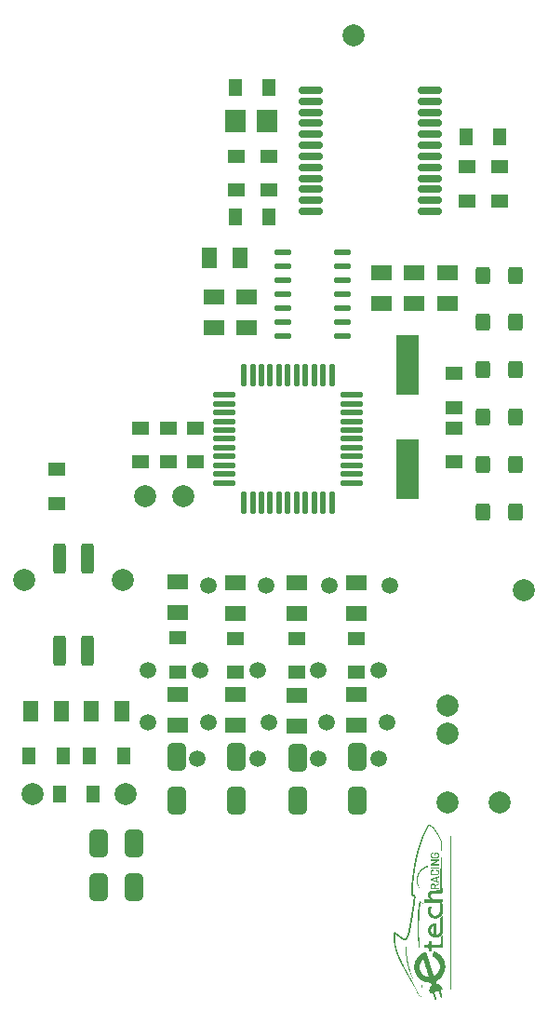
<source format=gtp>
G04*
G04 #@! TF.GenerationSoftware,Altium Limited,Altium Designer,22.11.1 (43)*
G04*
G04 Layer_Color=8421504*
%FSLAX44Y44*%
%MOMM*%
G71*
G04*
G04 #@! TF.SameCoordinates,966821B4-BCEF-4EC1-8609-D1904776FC7E*
G04*
G04*
G04 #@! TF.FilePolarity,Positive*
G04*
G01*
G75*
G04:AMPARAMS|DCode=14|XSize=0.6mm|YSize=2.2mm|CornerRadius=0.15mm|HoleSize=0mm|Usage=FLASHONLY|Rotation=90.000|XOffset=0mm|YOffset=0mm|HoleType=Round|Shape=RoundedRectangle|*
%AMROUNDEDRECTD14*
21,1,0.6000,1.9000,0,0,90.0*
21,1,0.3000,2.2000,0,0,90.0*
1,1,0.3000,0.9500,0.1500*
1,1,0.3000,0.9500,-0.1500*
1,1,0.3000,-0.9500,-0.1500*
1,1,0.3000,-0.9500,0.1500*
%
%ADD14ROUNDEDRECTD14*%
G04:AMPARAMS|DCode=15|XSize=0.45mm|YSize=2mm|CornerRadius=0.1125mm|HoleSize=0mm|Usage=FLASHONLY|Rotation=90.000|XOffset=0mm|YOffset=0mm|HoleType=Round|Shape=RoundedRectangle|*
%AMROUNDEDRECTD15*
21,1,0.4500,1.7750,0,0,90.0*
21,1,0.2250,2.0000,0,0,90.0*
1,1,0.2250,0.8875,0.1125*
1,1,0.2250,0.8875,-0.1125*
1,1,0.2250,-0.8875,-0.1125*
1,1,0.2250,-0.8875,0.1125*
%
%ADD15ROUNDEDRECTD15*%
G04:AMPARAMS|DCode=16|XSize=0.45mm|YSize=2mm|CornerRadius=0.1125mm|HoleSize=0mm|Usage=FLASHONLY|Rotation=0.000|XOffset=0mm|YOffset=0mm|HoleType=Round|Shape=RoundedRectangle|*
%AMROUNDEDRECTD16*
21,1,0.4500,1.7750,0,0,0.0*
21,1,0.2250,2.0000,0,0,0.0*
1,1,0.2250,0.1125,-0.8875*
1,1,0.2250,-0.1125,-0.8875*
1,1,0.2250,-0.1125,0.8875*
1,1,0.2250,0.1125,0.8875*
%
%ADD16ROUNDEDRECTD16*%
%ADD17C,1.5000*%
%ADD18C,2.0000*%
%ADD19R,1.9500X1.4000*%
%ADD20R,1.6000X1.2000*%
%ADD21R,1.2000X1.6000*%
%ADD22R,1.4000X1.9500*%
G04:AMPARAMS|DCode=23|XSize=0.55mm|YSize=1.5mm|CornerRadius=0.1375mm|HoleSize=0mm|Usage=FLASHONLY|Rotation=270.000|XOffset=0mm|YOffset=0mm|HoleType=Round|Shape=RoundedRectangle|*
%AMROUNDEDRECTD23*
21,1,0.5500,1.2250,0,0,270.0*
21,1,0.2750,1.5000,0,0,270.0*
1,1,0.2750,-0.6125,-0.1375*
1,1,0.2750,-0.6125,0.1375*
1,1,0.2750,0.6125,0.1375*
1,1,0.2750,0.6125,-0.1375*
%
%ADD23ROUNDEDRECTD23*%
%ADD24R,2.0000X5.5000*%
G04:AMPARAMS|DCode=25|XSize=1.6mm|YSize=1.4mm|CornerRadius=0.35mm|HoleSize=0mm|Usage=FLASHONLY|Rotation=90.000|XOffset=0mm|YOffset=0mm|HoleType=Round|Shape=RoundedRectangle|*
%AMROUNDEDRECTD25*
21,1,1.6000,0.7000,0,0,90.0*
21,1,0.9000,1.4000,0,0,90.0*
1,1,0.7000,0.3500,0.4500*
1,1,0.7000,0.3500,-0.4500*
1,1,0.7000,-0.3500,-0.4500*
1,1,0.7000,-0.3500,0.4500*
%
%ADD25ROUNDEDRECTD25*%
G04:AMPARAMS|DCode=26|XSize=1.7mm|YSize=2.5mm|CornerRadius=0.425mm|HoleSize=0mm|Usage=FLASHONLY|Rotation=0.000|XOffset=0mm|YOffset=0mm|HoleType=Round|Shape=RoundedRectangle|*
%AMROUNDEDRECTD26*
21,1,1.7000,1.6500,0,0,0.0*
21,1,0.8500,2.5000,0,0,0.0*
1,1,0.8500,0.4250,-0.8250*
1,1,0.8500,-0.4250,-0.8250*
1,1,0.8500,-0.4250,0.8250*
1,1,0.8500,0.4250,0.8250*
%
%ADD26ROUNDEDRECTD26*%
G04:AMPARAMS|DCode=27|XSize=1.2mm|YSize=2.75mm|CornerRadius=0.3mm|HoleSize=0mm|Usage=FLASHONLY|Rotation=0.000|XOffset=0mm|YOffset=0mm|HoleType=Round|Shape=RoundedRectangle|*
%AMROUNDEDRECTD27*
21,1,1.2000,2.1500,0,0,0.0*
21,1,0.6000,2.7500,0,0,0.0*
1,1,0.6000,0.3000,-1.0750*
1,1,0.6000,-0.3000,-1.0750*
1,1,0.6000,-0.3000,1.0750*
1,1,0.6000,0.3000,1.0750*
%
%ADD27ROUNDEDRECTD27*%
%ADD28R,1.8500X2.0000*%
G36*
X398605Y136511D02*
X399001D01*
Y136412D01*
X399298D01*
Y136313D01*
X399397D01*
Y136215D01*
X399496D01*
Y136116D01*
X399594D01*
Y136017D01*
X399693D01*
Y135918D01*
X399792D01*
Y135819D01*
X399891D01*
Y135621D01*
X399990D01*
Y135325D01*
X400089D01*
Y132951D01*
X399990D01*
Y132754D01*
X399891D01*
Y132556D01*
X399792D01*
Y132358D01*
X399693D01*
Y132259D01*
X399594D01*
Y132160D01*
X399496D01*
Y132061D01*
X399298D01*
Y131962D01*
X399199D01*
Y131864D01*
X398902D01*
Y131765D01*
X393661D01*
Y131864D01*
X393463D01*
Y131962D01*
X393266D01*
Y132061D01*
X393167D01*
Y132160D01*
X392969D01*
Y132259D01*
X392870D01*
Y132457D01*
X392771D01*
Y132556D01*
X392672D01*
Y132852D01*
X392573D01*
Y133149D01*
X392475D01*
Y135226D01*
X392573D01*
Y135522D01*
X392672D01*
Y135720D01*
X392771D01*
Y135918D01*
X392870D01*
Y136017D01*
X392969D01*
Y136116D01*
X393068D01*
Y136215D01*
X393167D01*
Y136313D01*
X393364D01*
Y136412D01*
X393562D01*
Y136511D01*
X393958D01*
Y136610D01*
X394848D01*
Y136511D01*
X394947D01*
Y136412D01*
X395046D01*
Y135720D01*
X394947D01*
Y135621D01*
X394848D01*
Y135522D01*
X393859D01*
Y135424D01*
X393661D01*
Y135325D01*
X393562D01*
Y135127D01*
X393463D01*
Y133149D01*
X393562D01*
Y132951D01*
X393760D01*
Y132852D01*
X393958D01*
Y132754D01*
X398605D01*
Y132852D01*
X398902D01*
Y132951D01*
X399001D01*
Y133050D01*
X399100D01*
Y133347D01*
X399199D01*
Y134929D01*
X399100D01*
Y135226D01*
X399001D01*
Y135325D01*
X398902D01*
Y135424D01*
X398803D01*
Y135522D01*
X396925D01*
Y134237D01*
X396826D01*
Y134138D01*
X396133D01*
Y134237D01*
X396035D01*
Y136412D01*
X396133D01*
Y136511D01*
X396232D01*
Y136610D01*
X398605D01*
Y136511D01*
D02*
G37*
G36*
X399891Y130183D02*
X400089D01*
Y129391D01*
X399990D01*
Y129293D01*
X399891D01*
Y129194D01*
X399693D01*
Y129095D01*
X399496D01*
Y128996D01*
X399397D01*
Y128897D01*
X399199D01*
Y128798D01*
X399001D01*
Y128699D01*
X398803D01*
Y128600D01*
X398704D01*
Y128502D01*
X398507D01*
Y128403D01*
X398309D01*
Y128304D01*
X398111D01*
Y128205D01*
X398012D01*
Y128106D01*
X397814D01*
Y128007D01*
X397617D01*
Y127908D01*
X397419D01*
Y127809D01*
X397320D01*
Y127710D01*
X397122D01*
Y127612D01*
X396925D01*
Y127513D01*
X396727D01*
Y127414D01*
X396628D01*
Y127315D01*
X396430D01*
Y127216D01*
X396232D01*
Y127117D01*
X396133D01*
Y127018D01*
X395936D01*
Y126919D01*
X395738D01*
Y126820D01*
X395540D01*
Y126721D01*
X395342D01*
Y126623D01*
X395243D01*
Y126524D01*
X395046D01*
Y126425D01*
X394848D01*
Y126326D01*
X394650D01*
Y126227D01*
X399891D01*
Y126128D01*
X400089D01*
Y125238D01*
X399891D01*
Y125139D01*
X392672D01*
Y125238D01*
X392573D01*
Y125337D01*
X392475D01*
Y126029D01*
X392573D01*
Y126128D01*
X392672D01*
Y126227D01*
X392870D01*
Y126326D01*
X393068D01*
Y126425D01*
X393167D01*
Y126524D01*
X393364D01*
Y126623D01*
X393562D01*
Y126721D01*
X393760D01*
Y126820D01*
X393859D01*
Y126919D01*
X394057D01*
Y127018D01*
X394254D01*
Y127117D01*
X394452D01*
Y127216D01*
X394551D01*
Y127315D01*
X394749D01*
Y127414D01*
X394947D01*
Y127513D01*
X395145D01*
Y127612D01*
X395243D01*
Y127710D01*
X395441D01*
Y127809D01*
X395639D01*
Y127908D01*
X395837D01*
Y128007D01*
X395936D01*
Y128106D01*
X396133D01*
Y128205D01*
X396331D01*
Y128304D01*
X396529D01*
Y128403D01*
X396628D01*
Y128502D01*
X396826D01*
Y128600D01*
X397023D01*
Y128699D01*
X397221D01*
Y128798D01*
X397320D01*
Y128897D01*
X397518D01*
Y128996D01*
X397716D01*
Y129095D01*
X397913D01*
Y129194D01*
X398012D01*
Y129293D01*
X397716D01*
Y129194D01*
X392771D01*
Y129293D01*
X392573D01*
Y129391D01*
X392475D01*
Y130084D01*
X392573D01*
Y130183D01*
X392672D01*
Y130281D01*
X399891D01*
Y130183D01*
D02*
G37*
G36*
X399990Y123359D02*
X400089D01*
Y122568D01*
X399990D01*
Y122469D01*
X392573D01*
Y122568D01*
X392475D01*
Y123260D01*
X392573D01*
Y123458D01*
X399990D01*
Y123359D01*
D02*
G37*
G36*
X398803Y120887D02*
X399100D01*
Y120788D01*
X399298D01*
Y120689D01*
X399397D01*
Y120591D01*
X399594D01*
Y120492D01*
X399693D01*
Y120294D01*
X399792D01*
Y120195D01*
X399891D01*
Y119997D01*
X399990D01*
Y119701D01*
X400089D01*
Y117228D01*
X399990D01*
Y116932D01*
X399891D01*
Y116833D01*
X399792D01*
Y116635D01*
X399693D01*
Y116536D01*
X399594D01*
Y116437D01*
X399496D01*
Y116338D01*
X399397D01*
Y116240D01*
X399199D01*
Y116141D01*
X399001D01*
Y116042D01*
X398309D01*
Y115943D01*
X394254D01*
Y116042D01*
X393562D01*
Y116141D01*
X393364D01*
Y116240D01*
X393266D01*
Y116338D01*
X393068D01*
Y116437D01*
X392969D01*
Y116536D01*
X392870D01*
Y116734D01*
X392771D01*
Y116833D01*
X392672D01*
Y117031D01*
X392573D01*
Y117327D01*
X392475D01*
Y119602D01*
X392573D01*
Y119898D01*
X392672D01*
Y120096D01*
X392771D01*
Y120294D01*
X392870D01*
Y120393D01*
X392969D01*
Y120492D01*
X393068D01*
Y120591D01*
X393167D01*
Y120689D01*
X393364D01*
Y120788D01*
X393463D01*
Y120887D01*
X393859D01*
Y120986D01*
X394947D01*
Y120887D01*
X395046D01*
Y120788D01*
X395145D01*
Y120096D01*
X395046D01*
Y119997D01*
X394848D01*
Y119898D01*
X393760D01*
Y119799D01*
X393661D01*
Y119701D01*
X393562D01*
Y119602D01*
X393463D01*
Y117426D01*
X393562D01*
Y117228D01*
X393661D01*
Y117129D01*
X393859D01*
Y117031D01*
X398704D01*
Y117129D01*
X398902D01*
Y117228D01*
X399001D01*
Y117327D01*
X399100D01*
Y117624D01*
X399199D01*
Y119404D01*
X399100D01*
Y119602D01*
X399001D01*
Y119799D01*
X398803D01*
Y119898D01*
X397716D01*
Y119997D01*
X397518D01*
Y120887D01*
X397617D01*
Y120986D01*
X398803D01*
Y120887D01*
D02*
G37*
G36*
X399990Y114954D02*
X400089D01*
Y114163D01*
X399990D01*
Y114064D01*
X399792D01*
Y113965D01*
X399496D01*
Y113866D01*
X399199D01*
Y113767D01*
X398902D01*
Y113668D01*
X398605D01*
Y113569D01*
X398309D01*
Y113471D01*
X398210D01*
Y110900D01*
X398309D01*
Y110801D01*
X398507D01*
Y110702D01*
X398803D01*
Y110603D01*
X399100D01*
Y110504D01*
X399397D01*
Y110405D01*
X399792D01*
Y110306D01*
X399990D01*
Y110207D01*
X400089D01*
Y109317D01*
X399594D01*
Y109416D01*
X399298D01*
Y109515D01*
X398902D01*
Y109614D01*
X398605D01*
Y109713D01*
X398309D01*
Y109812D01*
X398012D01*
Y109911D01*
X397617D01*
Y110010D01*
X397320D01*
Y110108D01*
X397023D01*
Y110207D01*
X396727D01*
Y110306D01*
X396331D01*
Y110405D01*
X396035D01*
Y110504D01*
X395738D01*
Y110603D01*
X395342D01*
Y110702D01*
X395046D01*
Y110801D01*
X394749D01*
Y110900D01*
X394353D01*
Y110998D01*
X394057D01*
Y111097D01*
X393760D01*
Y111196D01*
X393463D01*
Y111295D01*
X393068D01*
Y111394D01*
X392771D01*
Y111493D01*
X392573D01*
Y111691D01*
X392475D01*
Y112680D01*
X392573D01*
Y112779D01*
X392672D01*
Y112877D01*
X392870D01*
Y112976D01*
X393167D01*
Y113075D01*
X393463D01*
Y113174D01*
X393760D01*
Y113273D01*
X394156D01*
Y113372D01*
X394452D01*
Y113471D01*
X394848D01*
Y113569D01*
X395145D01*
Y113668D01*
X395441D01*
Y113767D01*
X395738D01*
Y113866D01*
X396035D01*
Y113965D01*
X396430D01*
Y114064D01*
X396727D01*
Y114163D01*
X397023D01*
Y114262D01*
X397419D01*
Y114361D01*
X397716D01*
Y114460D01*
X398111D01*
Y114558D01*
X398408D01*
Y114657D01*
X398704D01*
Y114756D01*
X399001D01*
Y114855D01*
X399397D01*
Y114954D01*
X399693D01*
Y115053D01*
X399990D01*
Y114954D01*
D02*
G37*
G36*
X400089Y107636D02*
X399990D01*
Y107537D01*
X399891D01*
Y107439D01*
X399693D01*
Y107340D01*
X399496D01*
Y107241D01*
X399298D01*
Y107142D01*
X399100D01*
Y107043D01*
X398902D01*
Y106944D01*
X398704D01*
Y106845D01*
X398507D01*
Y106746D01*
X398309D01*
Y106648D01*
X398012D01*
Y106549D01*
X397814D01*
Y106450D01*
X397617D01*
Y106351D01*
X397419D01*
Y106252D01*
X397221D01*
Y106153D01*
X397122D01*
Y104670D01*
X399990D01*
Y104571D01*
X400089D01*
Y103780D01*
X399891D01*
Y103681D01*
X392573D01*
Y103780D01*
X392475D01*
Y106944D01*
X392573D01*
Y107241D01*
X392672D01*
Y107537D01*
X392771D01*
Y107636D01*
X392870D01*
Y107834D01*
X392969D01*
Y107933D01*
X393167D01*
Y108032D01*
X393266D01*
Y108131D01*
X393463D01*
Y108230D01*
X393661D01*
Y108329D01*
X395936D01*
Y108230D01*
X396232D01*
Y108131D01*
X396430D01*
Y108032D01*
X396529D01*
Y107933D01*
X396628D01*
Y107834D01*
X396727D01*
Y107735D01*
X396826D01*
Y107537D01*
X396925D01*
Y107340D01*
X397023D01*
Y107241D01*
X397221D01*
Y107340D01*
X397419D01*
Y107439D01*
X397617D01*
Y107537D01*
X397814D01*
Y107636D01*
X398012D01*
Y107735D01*
X398309D01*
Y107834D01*
X398507D01*
Y107933D01*
X398704D01*
Y108032D01*
X398902D01*
Y108131D01*
X399100D01*
Y108230D01*
X399298D01*
Y108329D01*
X399496D01*
Y108427D01*
X399693D01*
Y108526D01*
X400089D01*
Y107636D01*
D02*
G37*
G36*
X390398Y124546D02*
X390497D01*
Y123557D01*
X390398D01*
Y123458D01*
X390299D01*
Y123359D01*
X389903D01*
Y123260D01*
X389508D01*
Y123162D01*
X389112D01*
Y123063D01*
X388816D01*
Y122964D01*
X388618D01*
Y122865D01*
X388321D01*
Y122766D01*
X388124D01*
Y122667D01*
X387827D01*
Y122568D01*
X387629D01*
Y122469D01*
X387431D01*
Y122371D01*
X387234D01*
Y122272D01*
X387036D01*
Y122173D01*
X386838D01*
Y122074D01*
X386739D01*
Y121975D01*
X386541D01*
Y121876D01*
X386344D01*
Y121777D01*
X386245D01*
Y121678D01*
X386047D01*
Y121579D01*
X385948D01*
Y121481D01*
X385750D01*
Y121382D01*
X385651D01*
Y121283D01*
X385552D01*
Y121184D01*
X385355D01*
Y121085D01*
X385256D01*
Y120986D01*
X385157D01*
Y120887D01*
X385058D01*
Y120788D01*
X384860D01*
Y120689D01*
X384761D01*
Y120591D01*
X384663D01*
Y120492D01*
X384564D01*
Y120393D01*
X384465D01*
Y120294D01*
X384366D01*
Y120195D01*
X384267D01*
Y120096D01*
X384168D01*
Y119997D01*
X384069D01*
Y119898D01*
X383970D01*
Y119799D01*
X383871D01*
Y119701D01*
X383773D01*
Y119602D01*
X383674D01*
Y119503D01*
X383575D01*
Y119404D01*
X383476D01*
Y119305D01*
X383377D01*
Y119107D01*
X383278D01*
Y119008D01*
X383179D01*
Y118910D01*
X383080D01*
Y118712D01*
X382981D01*
Y118613D01*
X382882D01*
Y118514D01*
X382784D01*
Y118316D01*
X382685D01*
Y118217D01*
X382586D01*
Y118020D01*
X382487D01*
Y117822D01*
X382388D01*
Y117723D01*
X382289D01*
Y117525D01*
X382190D01*
Y117327D01*
X382091D01*
Y117129D01*
X381993D01*
Y116932D01*
X381894D01*
Y116833D01*
X381795D01*
Y116536D01*
X381696D01*
Y116338D01*
X381597D01*
Y116141D01*
X381498D01*
Y115844D01*
X381399D01*
Y115646D01*
X381300D01*
Y115350D01*
X381202D01*
Y114954D01*
X381103D01*
Y114657D01*
X381004D01*
Y114361D01*
X380905D01*
Y113866D01*
X380806D01*
Y113372D01*
X380707D01*
Y112482D01*
X380608D01*
Y110108D01*
X380707D01*
Y109317D01*
X380806D01*
Y108724D01*
X380905D01*
Y108329D01*
X381004D01*
Y107933D01*
X381103D01*
Y107636D01*
X381202D01*
Y107340D01*
X381300D01*
Y107043D01*
X381399D01*
Y106746D01*
X381498D01*
Y106549D01*
X381597D01*
Y106351D01*
X381696D01*
Y106054D01*
X381795D01*
Y105856D01*
X381894D01*
Y105659D01*
X381993D01*
Y105461D01*
X382091D01*
Y105263D01*
X382190D01*
Y105065D01*
X382289D01*
Y104966D01*
X382388D01*
Y104769D01*
X382487D01*
Y104571D01*
X382586D01*
Y104472D01*
X382685D01*
Y104274D01*
X382784D01*
Y104175D01*
X382882D01*
Y103977D01*
X382981D01*
Y103879D01*
X383080D01*
Y103780D01*
X383179D01*
Y103681D01*
X383278D01*
Y103483D01*
X383377D01*
Y103384D01*
X383476D01*
Y103285D01*
X383575D01*
Y103187D01*
X383674D01*
Y102989D01*
X383773D01*
Y102890D01*
X383871D01*
Y102791D01*
X383970D01*
Y102692D01*
X383773D01*
Y102791D01*
X383674D01*
Y102890D01*
X383575D01*
Y102989D01*
X383377D01*
Y103187D01*
X383278D01*
Y103285D01*
X383179D01*
Y103384D01*
X383080D01*
Y103483D01*
X382981D01*
Y103582D01*
X382882D01*
Y103681D01*
X382784D01*
Y103780D01*
X382685D01*
Y103879D01*
X382586D01*
Y104076D01*
X382487D01*
Y104175D01*
X382388D01*
Y104274D01*
X382289D01*
Y104472D01*
X382190D01*
Y104571D01*
X382091D01*
Y104769D01*
X381993D01*
Y104868D01*
X381894D01*
Y105065D01*
X381795D01*
Y105164D01*
X381696D01*
Y105362D01*
X381597D01*
Y105461D01*
X381498D01*
Y105659D01*
X381399D01*
Y105856D01*
X381300D01*
Y106054D01*
X381202D01*
Y106252D01*
X381103D01*
Y106450D01*
X381004D01*
Y106648D01*
X380905D01*
Y106845D01*
X380806D01*
Y107043D01*
X380707D01*
Y107340D01*
X380608D01*
Y107636D01*
X380509D01*
Y107933D01*
X380410D01*
Y108230D01*
X380312D01*
Y108526D01*
X380213D01*
Y108922D01*
X380114D01*
Y109317D01*
X380015D01*
Y109911D01*
X379916D01*
Y110603D01*
X379817D01*
Y113174D01*
X379916D01*
Y113866D01*
X380015D01*
Y114460D01*
X380114D01*
Y114954D01*
X380213D01*
Y115350D01*
X380312D01*
Y115646D01*
X380410D01*
Y115943D01*
X380509D01*
Y116240D01*
X380608D01*
Y116536D01*
X380707D01*
Y116734D01*
X380806D01*
Y117031D01*
X380905D01*
Y117228D01*
X381004D01*
Y117426D01*
X381103D01*
Y117624D01*
X381202D01*
Y117822D01*
X381300D01*
Y118020D01*
X381399D01*
Y118217D01*
X381498D01*
Y118415D01*
X381597D01*
Y118613D01*
X381696D01*
Y118712D01*
X381795D01*
Y118910D01*
X381894D01*
Y119008D01*
X381993D01*
Y119206D01*
X382091D01*
Y119305D01*
X382190D01*
Y119503D01*
X382289D01*
Y119602D01*
X382388D01*
Y119701D01*
X382487D01*
Y119898D01*
X382586D01*
Y119997D01*
X382685D01*
Y120096D01*
X382784D01*
Y120195D01*
X382882D01*
Y120393D01*
X382981D01*
Y120492D01*
X383080D01*
Y120591D01*
X383179D01*
Y120689D01*
X383278D01*
Y120788D01*
X383377D01*
Y120887D01*
X383476D01*
Y120986D01*
X383575D01*
Y121085D01*
X383674D01*
Y121184D01*
X383773D01*
Y121283D01*
X383871D01*
Y121382D01*
X383970D01*
Y121481D01*
X384069D01*
Y121579D01*
X384168D01*
Y121678D01*
X384267D01*
Y121777D01*
X384366D01*
Y121876D01*
X384465D01*
Y121975D01*
X384663D01*
Y122074D01*
X384761D01*
Y122173D01*
X384860D01*
Y122272D01*
X385058D01*
Y122371D01*
X385157D01*
Y122469D01*
X385256D01*
Y122568D01*
X385454D01*
Y122667D01*
X385552D01*
Y122766D01*
X385750D01*
Y122865D01*
X385849D01*
Y122964D01*
X386047D01*
Y123063D01*
X386146D01*
Y123162D01*
X386344D01*
Y123260D01*
X386541D01*
Y123359D01*
X386739D01*
Y123458D01*
X386937D01*
Y123557D01*
X387135D01*
Y123656D01*
X387332D01*
Y123755D01*
X387530D01*
Y123854D01*
X387728D01*
Y123953D01*
X387926D01*
Y124052D01*
X388222D01*
Y124150D01*
X388519D01*
Y124249D01*
X388717D01*
Y124348D01*
X389013D01*
Y124447D01*
X389409D01*
Y124546D01*
X389706D01*
Y124645D01*
X390101D01*
Y124744D01*
X390398D01*
Y124546D01*
D02*
G37*
G36*
X391684Y162024D02*
X391980D01*
Y161925D01*
X392178D01*
Y161826D01*
X392376D01*
Y161727D01*
X392573D01*
Y161628D01*
X392771D01*
Y161530D01*
X392969D01*
Y161431D01*
X393068D01*
Y161332D01*
X393266D01*
Y161233D01*
X393364D01*
Y161134D01*
X393562D01*
Y161035D01*
X393661D01*
Y160936D01*
X393760D01*
Y160837D01*
X393859D01*
Y160739D01*
X394057D01*
Y160640D01*
X394156D01*
Y160541D01*
X394254D01*
Y160442D01*
X394353D01*
Y160343D01*
X394452D01*
Y160244D01*
X394551D01*
Y160145D01*
X394650D01*
Y160046D01*
X394749D01*
Y159947D01*
X394848D01*
Y159849D01*
X394947D01*
Y159750D01*
X395046D01*
Y159651D01*
X395145D01*
Y159552D01*
X395243D01*
Y159453D01*
X395342D01*
Y159354D01*
X395441D01*
Y159156D01*
X395540D01*
Y159058D01*
X395639D01*
Y158959D01*
X395738D01*
Y158860D01*
X395837D01*
Y158761D01*
X395936D01*
Y158563D01*
X396035D01*
Y158464D01*
X396133D01*
Y158365D01*
X396232D01*
Y158266D01*
X396331D01*
Y158069D01*
X396430D01*
Y157970D01*
X396529D01*
Y157871D01*
X396628D01*
Y157673D01*
X396727D01*
Y157574D01*
X396826D01*
Y157376D01*
X396925D01*
Y157277D01*
X397023D01*
Y157179D01*
X397122D01*
Y156981D01*
X397221D01*
Y156882D01*
X397320D01*
Y156684D01*
X397419D01*
Y156585D01*
X397518D01*
Y156388D01*
X397617D01*
Y156289D01*
X397716D01*
Y156091D01*
X397814D01*
Y155992D01*
X397913D01*
Y155794D01*
X398012D01*
Y155695D01*
X398111D01*
Y155498D01*
X398210D01*
Y155300D01*
X398309D01*
Y155201D01*
X398408D01*
Y155003D01*
X398507D01*
Y154904D01*
X398605D01*
Y154706D01*
X398704D01*
Y154509D01*
X398803D01*
Y154410D01*
X398902D01*
Y154212D01*
X399001D01*
Y154113D01*
X399100D01*
Y153915D01*
X399199D01*
Y153718D01*
X399298D01*
Y153520D01*
X399397D01*
Y153421D01*
X399496D01*
Y153223D01*
X399594D01*
Y153025D01*
X399693D01*
Y152828D01*
X399792D01*
Y152630D01*
X399891D01*
Y152531D01*
X399990D01*
Y152333D01*
X400089D01*
Y152135D01*
X400188D01*
Y151938D01*
X400287D01*
Y151740D01*
X400386D01*
Y151542D01*
X400484D01*
Y151443D01*
X400583D01*
Y151245D01*
X400682D01*
Y151048D01*
X400781D01*
Y150850D01*
X400880D01*
Y150652D01*
X400979D01*
Y150454D01*
X401078D01*
Y150257D01*
X401177D01*
Y150059D01*
X401275D01*
Y149861D01*
X401374D01*
Y149663D01*
X401473D01*
Y149466D01*
X401572D01*
Y149268D01*
X401671D01*
Y149070D01*
X401770D01*
Y148872D01*
X401869D01*
Y148674D01*
X401968D01*
Y148477D01*
X402067D01*
Y148279D01*
X402165D01*
Y148081D01*
X402264D01*
Y147883D01*
X402363D01*
Y147685D01*
X402462D01*
Y147389D01*
X402561D01*
Y144917D01*
X402462D01*
Y141554D01*
X402363D01*
Y138094D01*
X402264D01*
Y137500D01*
X402165D01*
Y136313D01*
X402264D01*
Y132754D01*
X402363D01*
Y129194D01*
X402462D01*
Y125733D01*
X402561D01*
Y122173D01*
X402660D01*
Y118712D01*
X402759D01*
Y115152D01*
X402858D01*
Y111493D01*
X402957D01*
Y108329D01*
X403055D01*
Y106351D01*
X403154D01*
Y104472D01*
X403253D01*
Y102890D01*
X403352D01*
Y101011D01*
X403451D01*
Y100319D01*
X403352D01*
Y100121D01*
X403253D01*
Y100022D01*
X403154D01*
Y99923D01*
X403055D01*
Y99824D01*
X402957D01*
Y99726D01*
X394947D01*
Y99627D01*
X394452D01*
Y99528D01*
X394057D01*
Y99429D01*
X393859D01*
Y99330D01*
X393661D01*
Y99231D01*
X393463D01*
Y99132D01*
X393364D01*
Y99033D01*
X393167D01*
Y98934D01*
X393068D01*
Y98835D01*
X392969D01*
Y98638D01*
X392870D01*
Y98539D01*
X392771D01*
Y98440D01*
X392672D01*
Y98242D01*
X392573D01*
Y97945D01*
X392475D01*
Y96858D01*
X392573D01*
Y96462D01*
X392672D01*
Y96166D01*
X392771D01*
Y95968D01*
X392870D01*
Y95770D01*
X392969D01*
Y95671D01*
X393068D01*
Y95473D01*
X393167D01*
Y95374D01*
X393266D01*
Y95275D01*
X393364D01*
Y95177D01*
X393463D01*
Y95078D01*
X393562D01*
Y94979D01*
X393661D01*
Y94880D01*
X393859D01*
Y94781D01*
X393958D01*
Y94682D01*
X394156D01*
Y94583D01*
X394254D01*
Y94484D01*
X394452D01*
Y94386D01*
X394749D01*
Y94287D01*
X394947D01*
Y94188D01*
X395342D01*
Y94089D01*
X395936D01*
Y93990D01*
X399990D01*
Y94089D01*
X402957D01*
Y93990D01*
X403154D01*
Y93891D01*
X403253D01*
Y93792D01*
X403352D01*
Y93693D01*
X403451D01*
Y93496D01*
X403550D01*
Y91716D01*
X403451D01*
Y91617D01*
X403352D01*
Y91419D01*
X403154D01*
Y91320D01*
X403055D01*
Y91221D01*
X398902D01*
Y91122D01*
X387135D01*
Y91221D01*
X387036D01*
Y91320D01*
X386937D01*
Y91419D01*
X386838D01*
Y91518D01*
X386739D01*
Y91617D01*
X386640D01*
Y93496D01*
X386739D01*
Y93693D01*
X386838D01*
Y93792D01*
X387036D01*
Y93891D01*
X387135D01*
Y93990D01*
X391782D01*
Y94089D01*
X391881D01*
Y94484D01*
X391782D01*
Y94583D01*
X391684D01*
Y94682D01*
X391585D01*
Y94781D01*
X391486D01*
Y94880D01*
X391387D01*
Y95078D01*
X391288D01*
Y95177D01*
X391189D01*
Y95275D01*
X391090D01*
Y95374D01*
X390991D01*
Y95572D01*
X390892D01*
Y95671D01*
X390793D01*
Y95869D01*
X390695D01*
Y95968D01*
X390596D01*
Y96166D01*
X390497D01*
Y96363D01*
X390398D01*
Y96660D01*
X390299D01*
Y96957D01*
X390200D01*
Y97253D01*
X390101D01*
Y97847D01*
X390002D01*
Y98539D01*
X390101D01*
Y99231D01*
X390200D01*
Y99528D01*
X390299D01*
Y99726D01*
X390398D01*
Y100022D01*
X390497D01*
Y100220D01*
X390596D01*
Y100319D01*
X390695D01*
Y100517D01*
X390793D01*
Y100615D01*
X390892D01*
Y100714D01*
X390991D01*
Y100813D01*
X391090D01*
Y101011D01*
X391189D01*
Y101110D01*
X391288D01*
Y101209D01*
X391486D01*
Y101308D01*
X391585D01*
Y101406D01*
X391684D01*
Y101505D01*
X391782D01*
Y101604D01*
X391980D01*
Y101703D01*
X392178D01*
Y101802D01*
X392277D01*
Y101901D01*
X392573D01*
Y102000D01*
X392771D01*
Y102099D01*
X393068D01*
Y102198D01*
X393562D01*
Y102296D01*
X397814D01*
Y102395D01*
X401078D01*
Y110603D01*
X401177D01*
Y113471D01*
X401275D01*
Y116240D01*
X401374D01*
Y119008D01*
X401473D01*
Y121876D01*
X401572D01*
Y124645D01*
X401671D01*
Y127414D01*
X401770D01*
Y130183D01*
X401869D01*
Y132951D01*
X401968D01*
Y135720D01*
X402067D01*
Y139873D01*
X401968D01*
Y142444D01*
X401869D01*
Y145213D01*
X401770D01*
Y147191D01*
X401671D01*
Y147389D01*
X401572D01*
Y147587D01*
X401473D01*
Y147784D01*
X401374D01*
Y147982D01*
X401275D01*
Y148180D01*
X401177D01*
Y148378D01*
X401078D01*
Y148575D01*
X400979D01*
Y148773D01*
X400880D01*
Y148971D01*
X400781D01*
Y149169D01*
X400682D01*
Y149367D01*
X400583D01*
Y149564D01*
X400484D01*
Y149762D01*
X400386D01*
Y149861D01*
X400287D01*
Y150059D01*
X400188D01*
Y150257D01*
X400089D01*
Y150454D01*
X399990D01*
Y150652D01*
X399891D01*
Y150850D01*
X399792D01*
Y151048D01*
X399693D01*
Y151146D01*
X399594D01*
Y151344D01*
X399496D01*
Y151542D01*
X399397D01*
Y151740D01*
X399298D01*
Y151938D01*
X399199D01*
Y152037D01*
X399100D01*
Y152234D01*
X399001D01*
Y152432D01*
X398902D01*
Y152630D01*
X398803D01*
Y152729D01*
X398704D01*
Y152927D01*
X398605D01*
Y153124D01*
X398507D01*
Y153223D01*
X398408D01*
Y153421D01*
X398309D01*
Y153619D01*
X398210D01*
Y153718D01*
X398111D01*
Y153915D01*
X398012D01*
Y154014D01*
X397913D01*
Y154212D01*
X397814D01*
Y154410D01*
X397716D01*
Y154509D01*
X397617D01*
Y154706D01*
X397518D01*
Y154805D01*
X397419D01*
Y155003D01*
X397320D01*
Y155102D01*
X397221D01*
Y155300D01*
X397122D01*
Y155399D01*
X397023D01*
Y155597D01*
X396925D01*
Y155695D01*
X396826D01*
Y155893D01*
X396727D01*
Y155992D01*
X396628D01*
Y156190D01*
X396529D01*
Y156289D01*
X396430D01*
Y156388D01*
X396331D01*
Y156585D01*
X396232D01*
Y156684D01*
X396133D01*
Y156882D01*
X396035D01*
Y156981D01*
X395936D01*
Y157080D01*
X395837D01*
Y157277D01*
X395738D01*
Y157376D01*
X395639D01*
Y157475D01*
X395540D01*
Y157574D01*
X395441D01*
Y157772D01*
X395342D01*
Y157871D01*
X395243D01*
Y157970D01*
X395145D01*
Y158069D01*
X395046D01*
Y158167D01*
X394947D01*
Y158365D01*
X394848D01*
Y158464D01*
X394749D01*
Y158563D01*
X394650D01*
Y158662D01*
X394551D01*
Y158761D01*
X394452D01*
Y158860D01*
X394353D01*
Y158959D01*
X394254D01*
Y159058D01*
X394156D01*
Y159156D01*
X394057D01*
Y159255D01*
X393958D01*
Y159354D01*
X393859D01*
Y159453D01*
X393760D01*
Y159552D01*
X393661D01*
Y159651D01*
X393562D01*
Y159750D01*
X393463D01*
Y159849D01*
X393364D01*
Y159947D01*
X393266D01*
Y160046D01*
X393068D01*
Y160145D01*
X392969D01*
Y160244D01*
X392870D01*
Y160343D01*
X392672D01*
Y160442D01*
X392573D01*
Y160541D01*
X392376D01*
Y160640D01*
X392178D01*
Y160739D01*
X391980D01*
Y160837D01*
X391782D01*
Y160936D01*
X391387D01*
Y161035D01*
X390991D01*
Y160936D01*
X390892D01*
Y160837D01*
X390793D01*
Y160739D01*
X390695D01*
Y160541D01*
X390596D01*
Y160343D01*
X390497D01*
Y160244D01*
X390398D01*
Y160046D01*
X390299D01*
Y159849D01*
X390200D01*
Y159651D01*
X390101D01*
Y159552D01*
X390002D01*
Y159354D01*
X389903D01*
Y159156D01*
X389805D01*
Y158959D01*
X389706D01*
Y158761D01*
X389607D01*
Y158563D01*
X389508D01*
Y158464D01*
X389409D01*
Y158266D01*
X389310D01*
Y158069D01*
X389211D01*
Y157772D01*
X389112D01*
Y157673D01*
X389013D01*
Y157475D01*
X388915D01*
Y157277D01*
X388816D01*
Y157080D01*
X388717D01*
Y156882D01*
X388618D01*
Y156684D01*
X388519D01*
Y156486D01*
X388420D01*
Y156289D01*
X388321D01*
Y155992D01*
X388222D01*
Y155794D01*
X388124D01*
Y155597D01*
X388025D01*
Y155399D01*
X387926D01*
Y155201D01*
X387827D01*
Y154904D01*
X387728D01*
Y154706D01*
X387629D01*
Y154509D01*
X387530D01*
Y154311D01*
X387431D01*
Y154113D01*
X387332D01*
Y153816D01*
X387234D01*
Y153619D01*
X387135D01*
Y153421D01*
X387036D01*
Y153124D01*
X386937D01*
Y152927D01*
X386838D01*
Y152729D01*
X386739D01*
Y152432D01*
X386640D01*
Y152234D01*
X386541D01*
Y152037D01*
X386442D01*
Y151740D01*
X386344D01*
Y151542D01*
X386245D01*
Y151245D01*
X386146D01*
Y151048D01*
X386047D01*
Y150751D01*
X385948D01*
Y150454D01*
X385849D01*
Y150257D01*
X385750D01*
Y149960D01*
X385651D01*
Y149762D01*
X385552D01*
Y149466D01*
X385454D01*
Y149268D01*
X385355D01*
Y148971D01*
X385256D01*
Y148773D01*
X385157D01*
Y148477D01*
X385058D01*
Y148180D01*
X384959D01*
Y147883D01*
X384860D01*
Y147587D01*
X384761D01*
Y147290D01*
X384663D01*
Y147092D01*
X384564D01*
Y146796D01*
X384465D01*
Y146499D01*
X384366D01*
Y146202D01*
X384267D01*
Y145906D01*
X384168D01*
Y145609D01*
X384069D01*
Y145312D01*
X383970D01*
Y145016D01*
X383871D01*
Y144719D01*
X383773D01*
Y144422D01*
X383674D01*
Y144126D01*
X383575D01*
Y143829D01*
X383476D01*
Y143433D01*
X383377D01*
Y143236D01*
X383278D01*
Y142840D01*
X383179D01*
Y142543D01*
X383080D01*
Y142247D01*
X382981D01*
Y141950D01*
X382882D01*
Y141653D01*
X382784D01*
Y141258D01*
X382685D01*
Y140961D01*
X382586D01*
Y140566D01*
X382487D01*
Y140269D01*
X382388D01*
Y139873D01*
X382289D01*
Y139478D01*
X382190D01*
Y139181D01*
X382091D01*
Y138786D01*
X381993D01*
Y138489D01*
X381894D01*
Y138094D01*
X381795D01*
Y137698D01*
X381696D01*
Y137401D01*
X381597D01*
Y137006D01*
X381498D01*
Y136709D01*
X381399D01*
Y136313D01*
X381300D01*
Y135819D01*
X381202D01*
Y135424D01*
X381103D01*
Y135028D01*
X381004D01*
Y134632D01*
X380905D01*
Y134237D01*
X380806D01*
Y133841D01*
X380707D01*
Y133347D01*
X380608D01*
Y132951D01*
X380509D01*
Y132556D01*
X380410D01*
Y132160D01*
X380312D01*
Y131765D01*
X380213D01*
Y131270D01*
X380114D01*
Y130875D01*
X380015D01*
Y130380D01*
X379916D01*
Y129886D01*
X379817D01*
Y129391D01*
X379718D01*
Y128897D01*
X379619D01*
Y128403D01*
X379520D01*
Y127908D01*
X379422D01*
Y127414D01*
X379323D01*
Y126919D01*
X379224D01*
Y126425D01*
X379125D01*
Y125930D01*
X379026D01*
Y125436D01*
X378927D01*
Y124744D01*
X378828D01*
Y124150D01*
X378729D01*
Y123656D01*
X378630D01*
Y122964D01*
X378531D01*
Y122371D01*
X378433D01*
Y121777D01*
X378334D01*
Y121085D01*
X378235D01*
Y120591D01*
X378136D01*
Y119997D01*
X378037D01*
Y119206D01*
X377938D01*
Y118415D01*
X377839D01*
Y117723D01*
X377740D01*
Y116932D01*
X377642D01*
Y116240D01*
X377543D01*
Y115350D01*
X377444D01*
Y114558D01*
X377345D01*
Y113767D01*
X377246D01*
Y113075D01*
X377147D01*
Y111987D01*
X377048D01*
Y110801D01*
X376949D01*
Y109713D01*
X376851D01*
Y108625D01*
X376752D01*
Y107636D01*
X376653D01*
Y106549D01*
X376554D01*
Y105065D01*
X376455D01*
Y103088D01*
X376356D01*
Y101406D01*
X376257D01*
Y99824D01*
X376158D01*
Y98835D01*
X376356D01*
Y98736D01*
X376653D01*
Y98638D01*
X376851D01*
Y98539D01*
X377147D01*
Y98440D01*
X377345D01*
Y98341D01*
X377543D01*
Y98242D01*
X377740D01*
Y98143D01*
X377839D01*
Y98044D01*
X378037D01*
Y97945D01*
X378136D01*
Y97847D01*
X378235D01*
Y97748D01*
X378334D01*
Y97550D01*
X378433D01*
Y97451D01*
X378531D01*
Y97253D01*
X378630D01*
Y97056D01*
X378729D01*
Y96759D01*
X378828D01*
Y95473D01*
X378729D01*
Y94781D01*
X378630D01*
Y94089D01*
X378531D01*
Y93298D01*
X378433D01*
Y92507D01*
X378334D01*
Y91814D01*
X378235D01*
Y91122D01*
X378136D01*
Y90529D01*
X378037D01*
Y89639D01*
X377938D01*
Y88947D01*
X377839D01*
Y88255D01*
X377740D01*
Y87661D01*
X377642D01*
Y86969D01*
X377543D01*
Y86277D01*
X377444D01*
Y85585D01*
X377345D01*
Y84991D01*
X377246D01*
Y84398D01*
X377147D01*
Y83706D01*
X377048D01*
Y83014D01*
X376949D01*
Y82321D01*
X376851D01*
Y81827D01*
X376752D01*
Y81135D01*
X376653D01*
Y80541D01*
X376554D01*
Y79849D01*
X376455D01*
Y79256D01*
X376356D01*
Y78762D01*
X376257D01*
Y78069D01*
X376158D01*
Y77476D01*
X376059D01*
Y76883D01*
X375961D01*
Y76289D01*
X375862D01*
Y75795D01*
X375763D01*
Y75202D01*
X375664D01*
Y74608D01*
X375565D01*
Y74015D01*
X375466D01*
Y73422D01*
X375367D01*
Y72927D01*
X375268D01*
Y72433D01*
X375169D01*
Y71839D01*
X375070D01*
Y71246D01*
X374972D01*
Y70752D01*
X374873D01*
Y70257D01*
X374774D01*
Y69763D01*
X374675D01*
Y69268D01*
X374576D01*
Y68675D01*
X374477D01*
Y68280D01*
X374378D01*
Y67785D01*
X374279D01*
Y67291D01*
X374180D01*
Y66796D01*
X374082D01*
Y66302D01*
X373983D01*
Y65906D01*
X373884D01*
Y65511D01*
X373785D01*
Y65016D01*
X373686D01*
Y64522D01*
X373587D01*
Y64126D01*
X373488D01*
Y63731D01*
X373389D01*
Y63335D01*
X373291D01*
Y62940D01*
X373192D01*
Y62544D01*
X373093D01*
Y62247D01*
X372994D01*
Y61951D01*
X372895D01*
Y61654D01*
X372796D01*
Y61357D01*
X372697D01*
Y61160D01*
X372598D01*
Y60863D01*
X372499D01*
Y60665D01*
X372401D01*
Y60368D01*
X372302D01*
Y60171D01*
X372203D01*
Y59973D01*
X372104D01*
Y59775D01*
X372005D01*
Y59577D01*
X371906D01*
Y59380D01*
X371807D01*
Y59182D01*
X371708D01*
Y59083D01*
X371609D01*
Y58885D01*
X371511D01*
Y58786D01*
X371412D01*
Y58589D01*
X371313D01*
Y58490D01*
X371214D01*
Y58292D01*
X371115D01*
Y58193D01*
X371016D01*
Y58094D01*
X370917D01*
Y57995D01*
X370818D01*
Y57896D01*
X370719D01*
Y57797D01*
X370621D01*
Y57699D01*
X370522D01*
Y57600D01*
X370423D01*
Y57501D01*
X370225D01*
Y57402D01*
X370126D01*
Y57303D01*
X369928D01*
Y57204D01*
X369731D01*
Y57105D01*
X369533D01*
Y57006D01*
X369137D01*
Y56908D01*
X368148D01*
Y57006D01*
X367852D01*
Y57105D01*
X367555D01*
Y57204D01*
X367357D01*
Y57303D01*
X367160D01*
Y57402D01*
X367061D01*
Y57501D01*
X366863D01*
Y57600D01*
X366764D01*
Y57699D01*
X366665D01*
Y57797D01*
X366467D01*
Y57896D01*
X366368D01*
Y57995D01*
X366270D01*
Y58094D01*
X366072D01*
Y58193D01*
X365973D01*
Y58292D01*
X365874D01*
Y58391D01*
X365676D01*
Y58490D01*
X365577D01*
Y58589D01*
X365479D01*
Y58687D01*
X365380D01*
Y58786D01*
X365182D01*
Y58885D01*
X365083D01*
Y58984D01*
X364984D01*
Y59083D01*
X364786D01*
Y59182D01*
X364687D01*
Y59281D01*
X364490D01*
Y59380D01*
X364391D01*
Y59479D01*
X364292D01*
Y59577D01*
X364094D01*
Y59676D01*
X363995D01*
Y59775D01*
X363896D01*
Y59874D01*
X363699D01*
Y59973D01*
X363600D01*
Y60072D01*
X363501D01*
Y60171D01*
X363303D01*
Y60270D01*
X363204D01*
Y60368D01*
X363006D01*
Y60467D01*
X362907D01*
Y60566D01*
X362808D01*
Y60665D01*
X362611D01*
Y60764D01*
X362512D01*
Y60863D01*
X362413D01*
Y60962D01*
X362215D01*
Y61061D01*
X362116D01*
Y61160D01*
X361919D01*
Y61259D01*
X361820D01*
Y61357D01*
X361721D01*
Y61456D01*
X361523D01*
Y61555D01*
X361424D01*
Y61654D01*
X361226D01*
Y61753D01*
X361128D01*
Y61852D01*
X361029D01*
Y61951D01*
X360831D01*
Y62050D01*
X360732D01*
Y62148D01*
X360633D01*
Y62247D01*
X360435D01*
Y62050D01*
X360336D01*
Y61357D01*
X360238D01*
Y56710D01*
X360336D01*
Y55721D01*
X360435D01*
Y54831D01*
X360534D01*
Y54040D01*
X360633D01*
Y53446D01*
X360732D01*
Y52853D01*
X360831D01*
Y52359D01*
X360930D01*
Y51864D01*
X361029D01*
Y51370D01*
X361128D01*
Y50875D01*
X361226D01*
Y50480D01*
X361325D01*
Y50084D01*
X361424D01*
Y49689D01*
X361523D01*
Y49293D01*
X361622D01*
Y48997D01*
X361721D01*
Y48601D01*
X361820D01*
Y48304D01*
X361919D01*
Y47909D01*
X362017D01*
Y47612D01*
X362116D01*
Y47217D01*
X362215D01*
Y47019D01*
X362314D01*
Y46623D01*
X362413D01*
Y46327D01*
X362512D01*
Y46030D01*
X362611D01*
Y45733D01*
X362710D01*
Y45437D01*
X362808D01*
Y45140D01*
X362907D01*
Y44942D01*
X363006D01*
Y44646D01*
X363105D01*
Y44448D01*
X363204D01*
Y44151D01*
X363303D01*
Y43854D01*
X363402D01*
Y43558D01*
X363501D01*
Y43360D01*
X363600D01*
Y43063D01*
X363699D01*
Y42866D01*
X363797D01*
Y42569D01*
X363896D01*
Y42371D01*
X363995D01*
Y42173D01*
X364094D01*
Y41976D01*
X364193D01*
Y41679D01*
X364292D01*
Y41481D01*
X364391D01*
Y41185D01*
X364490D01*
Y40987D01*
X364589D01*
Y40789D01*
X364687D01*
Y40591D01*
X364786D01*
Y40294D01*
X364885D01*
Y40097D01*
X364984D01*
Y39899D01*
X365083D01*
Y39701D01*
X365182D01*
Y39503D01*
X365281D01*
Y39306D01*
X365380D01*
Y39108D01*
X365479D01*
Y38910D01*
X365577D01*
Y38614D01*
X365676D01*
Y38416D01*
X365775D01*
Y38218D01*
X365874D01*
Y38020D01*
X365973D01*
Y37822D01*
X366072D01*
Y37625D01*
X366171D01*
Y37427D01*
X366270D01*
Y37229D01*
X366368D01*
Y37031D01*
X366467D01*
Y36833D01*
X366566D01*
Y36636D01*
X366665D01*
Y36438D01*
X366764D01*
Y36141D01*
X366863D01*
Y36042D01*
X366962D01*
Y35845D01*
X367061D01*
Y35647D01*
X367160D01*
Y35449D01*
X367258D01*
Y35251D01*
X367357D01*
Y35054D01*
X367456D01*
Y34856D01*
X367555D01*
Y34658D01*
X367654D01*
Y34460D01*
X367753D01*
Y34262D01*
X367852D01*
Y34065D01*
X367951D01*
Y33867D01*
X368050D01*
Y33669D01*
X368148D01*
Y33471D01*
X368247D01*
Y33273D01*
X368346D01*
Y33076D01*
X368445D01*
Y32878D01*
X368544D01*
Y32680D01*
X368643D01*
Y32482D01*
X368742D01*
Y32285D01*
X368841D01*
Y32087D01*
X368940D01*
Y31889D01*
X369038D01*
Y31691D01*
X369137D01*
Y31593D01*
X369236D01*
Y31395D01*
X369335D01*
Y31197D01*
X369434D01*
Y30999D01*
X369533D01*
Y30801D01*
X369632D01*
Y30604D01*
X369731D01*
Y30406D01*
X369829D01*
Y30307D01*
X369928D01*
Y30109D01*
X370027D01*
Y29911D01*
X370126D01*
Y29714D01*
X370225D01*
Y29516D01*
X370324D01*
Y29318D01*
X370423D01*
Y29120D01*
X370522D01*
Y29021D01*
X370621D01*
Y28824D01*
X370719D01*
Y28626D01*
X370818D01*
Y28428D01*
X370917D01*
Y28230D01*
X371016D01*
Y28033D01*
X371115D01*
Y27934D01*
X371214D01*
Y27736D01*
X371313D01*
Y27538D01*
X371412D01*
Y27340D01*
X371511D01*
Y27143D01*
X371609D01*
Y26945D01*
X371708D01*
Y26747D01*
X371807D01*
Y26648D01*
X371906D01*
Y26450D01*
X372005D01*
Y26253D01*
X372104D01*
Y26055D01*
X372203D01*
Y25956D01*
X372302D01*
Y25758D01*
X372401D01*
Y25560D01*
X372499D01*
Y25363D01*
X372598D01*
Y25165D01*
X372697D01*
Y25066D01*
X372796D01*
Y24868D01*
X372895D01*
Y24670D01*
X372994D01*
Y24473D01*
X373093D01*
Y24374D01*
X373192D01*
Y24176D01*
X373291D01*
Y23978D01*
X373389D01*
Y23780D01*
X373488D01*
Y23583D01*
X373587D01*
Y23484D01*
X373686D01*
Y23286D01*
X373785D01*
Y23088D01*
X373884D01*
Y22891D01*
X373983D01*
Y22693D01*
X374082D01*
Y22594D01*
X374180D01*
Y22396D01*
X374279D01*
Y22198D01*
X374378D01*
Y22001D01*
X374477D01*
Y21803D01*
X374576D01*
Y21704D01*
X374675D01*
Y21506D01*
X374774D01*
Y21308D01*
X374873D01*
Y21110D01*
X374972D01*
Y20913D01*
X375070D01*
Y20715D01*
X375169D01*
Y20616D01*
X375268D01*
Y20418D01*
X375367D01*
Y20220D01*
X375466D01*
Y20023D01*
X375565D01*
Y19825D01*
X375664D01*
Y19726D01*
X375763D01*
Y19528D01*
X375862D01*
Y19331D01*
X375961D01*
Y19232D01*
X376059D01*
Y19034D01*
X376158D01*
Y18836D01*
X376257D01*
Y18638D01*
X376356D01*
Y18539D01*
X376455D01*
Y18342D01*
X376554D01*
Y18144D01*
X376653D01*
Y17946D01*
X376752D01*
Y17748D01*
X376851D01*
Y17649D01*
X376949D01*
Y17452D01*
X377048D01*
Y17254D01*
X377147D01*
Y17056D01*
X377246D01*
Y16858D01*
X377345D01*
Y16661D01*
X377444D01*
Y16463D01*
X377543D01*
Y16265D01*
X377642D01*
Y16166D01*
X377740D01*
Y15968D01*
X377839D01*
Y15771D01*
X377938D01*
Y15573D01*
X378037D01*
Y15375D01*
X378136D01*
Y15177D01*
X378235D01*
Y14979D01*
X378334D01*
Y14782D01*
X378433D01*
Y14584D01*
X378531D01*
Y14386D01*
X378630D01*
Y14188D01*
X378729D01*
Y13991D01*
X378828D01*
Y13793D01*
X378927D01*
Y13595D01*
X379026D01*
Y13397D01*
X379125D01*
Y13199D01*
X379224D01*
Y13002D01*
X379323D01*
Y12804D01*
X379422D01*
Y12507D01*
X379520D01*
Y12310D01*
X379619D01*
Y12112D01*
X379718D01*
Y11914D01*
X379817D01*
Y11716D01*
X379916D01*
Y11420D01*
X380015D01*
Y11222D01*
X380114D01*
Y11024D01*
X380213D01*
Y10826D01*
X380312D01*
Y10530D01*
X380410D01*
Y10332D01*
X380509D01*
Y10035D01*
X380608D01*
Y9837D01*
X380707D01*
Y9541D01*
X380806D01*
Y9343D01*
X380905D01*
Y9046D01*
X381004D01*
Y8849D01*
X381103D01*
Y8651D01*
X381202D01*
Y8453D01*
X381300D01*
Y8255D01*
X381399D01*
Y8057D01*
X381498D01*
Y7959D01*
X381597D01*
Y7761D01*
X381696D01*
Y7662D01*
X381795D01*
Y7563D01*
X381894D01*
Y7464D01*
X381993D01*
Y7266D01*
X382091D01*
Y7167D01*
X382190D01*
Y7069D01*
X382289D01*
Y6970D01*
X382388D01*
Y6871D01*
X382487D01*
Y6772D01*
X382685D01*
Y6673D01*
X382784D01*
Y6574D01*
X382882D01*
Y6475D01*
X383080D01*
Y6376D01*
X383179D01*
Y6277D01*
X383377D01*
Y6179D01*
X383476D01*
Y6080D01*
X383773D01*
Y5981D01*
X384069D01*
Y7365D01*
X383970D01*
Y7563D01*
X384069D01*
Y7959D01*
X383970D01*
Y8255D01*
X384069D01*
Y8453D01*
X383970D01*
Y8651D01*
X384069D01*
Y11518D01*
X384168D01*
Y12903D01*
X384267D01*
Y13991D01*
X384366D01*
Y14979D01*
X384465D01*
Y15672D01*
X384564D01*
Y16067D01*
X384663D01*
Y16463D01*
X384761D01*
Y16858D01*
X384860D01*
Y17155D01*
X384959D01*
Y17452D01*
X385058D01*
Y17649D01*
X385157D01*
Y17847D01*
X385256D01*
Y17946D01*
X385355D01*
Y18144D01*
X385454D01*
Y18243D01*
X385552D01*
Y18342D01*
X385750D01*
Y18144D01*
X385651D01*
Y18045D01*
X385552D01*
Y17847D01*
X385454D01*
Y17748D01*
X385355D01*
Y17551D01*
X385256D01*
Y17254D01*
X385157D01*
Y16957D01*
X385058D01*
Y16562D01*
X384959D01*
Y16067D01*
X384860D01*
Y15474D01*
X384761D01*
Y14782D01*
X384663D01*
Y13991D01*
X384564D01*
Y12408D01*
X384465D01*
Y6475D01*
X384564D01*
Y5585D01*
X384465D01*
Y5486D01*
X383674D01*
Y5585D01*
X383476D01*
Y5684D01*
X383278D01*
Y5783D01*
X383080D01*
Y5882D01*
X382882D01*
Y5981D01*
X382685D01*
Y6080D01*
X382586D01*
Y6179D01*
X382487D01*
Y6277D01*
X382289D01*
Y6376D01*
X382190D01*
Y6475D01*
X382091D01*
Y6574D01*
X381993D01*
Y6673D01*
X381894D01*
Y6772D01*
X381795D01*
Y6871D01*
X381696D01*
Y6970D01*
X381597D01*
Y7069D01*
X381498D01*
Y7167D01*
X381399D01*
Y7266D01*
X381300D01*
Y7365D01*
X381202D01*
Y7563D01*
X381103D01*
Y7662D01*
X381004D01*
Y7761D01*
X380905D01*
Y7959D01*
X380806D01*
Y8156D01*
X380707D01*
Y8255D01*
X380608D01*
Y8453D01*
X380509D01*
Y8651D01*
X380410D01*
Y8947D01*
X380312D01*
Y9145D01*
X380213D01*
Y9343D01*
X380114D01*
Y9640D01*
X380015D01*
Y9837D01*
X379916D01*
Y10134D01*
X379817D01*
Y10332D01*
X379718D01*
Y10530D01*
X379619D01*
Y10727D01*
X379520D01*
Y10925D01*
X379422D01*
Y11123D01*
X379323D01*
Y11420D01*
X379224D01*
Y11617D01*
X379125D01*
Y11815D01*
X379026D01*
Y12013D01*
X378927D01*
Y12211D01*
X378828D01*
Y12408D01*
X378729D01*
Y12606D01*
X378630D01*
Y12804D01*
X378531D01*
Y13002D01*
X378433D01*
Y13199D01*
X378334D01*
Y13397D01*
X378235D01*
Y13595D01*
X378136D01*
Y13793D01*
X378037D01*
Y13991D01*
X377938D01*
Y14089D01*
X377839D01*
Y14287D01*
X377740D01*
Y14485D01*
X377642D01*
Y14683D01*
X377543D01*
Y14881D01*
X377444D01*
Y15078D01*
X377345D01*
Y15276D01*
X377246D01*
Y15474D01*
X377147D01*
Y15573D01*
X377048D01*
Y15771D01*
X376949D01*
Y15968D01*
X376851D01*
Y16166D01*
X376752D01*
Y16265D01*
X376653D01*
Y16463D01*
X376554D01*
Y16661D01*
X376455D01*
Y16858D01*
X376356D01*
Y16957D01*
X376257D01*
Y17155D01*
X376158D01*
Y17353D01*
X376059D01*
Y17452D01*
X375961D01*
Y17649D01*
X375862D01*
Y17847D01*
X375763D01*
Y17946D01*
X375664D01*
Y18144D01*
X375565D01*
Y18342D01*
X375466D01*
Y18441D01*
X375367D01*
Y18638D01*
X375268D01*
Y18836D01*
X375169D01*
Y18935D01*
X375070D01*
Y19133D01*
X374972D01*
Y19331D01*
X374873D01*
Y19528D01*
X374774D01*
Y19627D01*
X374675D01*
Y19825D01*
X374576D01*
Y20023D01*
X374477D01*
Y20122D01*
X374378D01*
Y20319D01*
X374279D01*
Y20517D01*
X374180D01*
Y20715D01*
X374082D01*
Y20814D01*
X373983D01*
Y21012D01*
X373884D01*
Y21209D01*
X373785D01*
Y21407D01*
X373686D01*
Y21506D01*
X373587D01*
Y21704D01*
X373488D01*
Y21902D01*
X373389D01*
Y22099D01*
X373291D01*
Y22198D01*
X373192D01*
Y22396D01*
X373093D01*
Y22594D01*
X372994D01*
Y22693D01*
X372895D01*
Y22891D01*
X372796D01*
Y23088D01*
X372697D01*
Y23187D01*
X372598D01*
Y23385D01*
X372499D01*
Y23583D01*
X372401D01*
Y23780D01*
X372302D01*
Y23879D01*
X372203D01*
Y24077D01*
X372104D01*
Y24275D01*
X372005D01*
Y24473D01*
X371906D01*
Y24571D01*
X371807D01*
Y24769D01*
X371708D01*
Y24967D01*
X371609D01*
Y25165D01*
X371511D01*
Y25264D01*
X371412D01*
Y25461D01*
X371313D01*
Y25659D01*
X371214D01*
Y25758D01*
X371115D01*
Y25956D01*
X371016D01*
Y26154D01*
X370917D01*
Y26351D01*
X370818D01*
Y26450D01*
X370719D01*
Y26648D01*
X370621D01*
Y26846D01*
X370522D01*
Y27044D01*
X370423D01*
Y27241D01*
X370324D01*
Y27340D01*
X370225D01*
Y27538D01*
X370126D01*
Y27736D01*
X370027D01*
Y27934D01*
X369928D01*
Y28033D01*
X369829D01*
Y28230D01*
X369731D01*
Y28428D01*
X369632D01*
Y28626D01*
X369533D01*
Y28725D01*
X369434D01*
Y28923D01*
X369335D01*
Y29120D01*
X369236D01*
Y29318D01*
X369137D01*
Y29516D01*
X369038D01*
Y29615D01*
X368940D01*
Y29813D01*
X368841D01*
Y30010D01*
X368742D01*
Y30208D01*
X368643D01*
Y30406D01*
X368544D01*
Y30505D01*
X368445D01*
Y30703D01*
X368346D01*
Y30900D01*
X368247D01*
Y31098D01*
X368148D01*
Y31296D01*
X368050D01*
Y31494D01*
X367951D01*
Y31593D01*
X367852D01*
Y31889D01*
X367753D01*
Y31988D01*
X367654D01*
Y32186D01*
X367555D01*
Y32384D01*
X367456D01*
Y32581D01*
X367357D01*
Y32779D01*
X367258D01*
Y32977D01*
X367160D01*
Y33175D01*
X367061D01*
Y33273D01*
X366962D01*
Y33471D01*
X366863D01*
Y33669D01*
X366764D01*
Y33867D01*
X366665D01*
Y34065D01*
X366566D01*
Y34262D01*
X366467D01*
Y34460D01*
X366368D01*
Y34658D01*
X366270D01*
Y34856D01*
X366171D01*
Y34955D01*
X366072D01*
Y35152D01*
X365973D01*
Y35350D01*
X365874D01*
Y35548D01*
X365775D01*
Y35746D01*
X365676D01*
Y35944D01*
X365577D01*
Y36141D01*
X365479D01*
Y36339D01*
X365380D01*
Y36537D01*
X365281D01*
Y36735D01*
X365182D01*
Y36932D01*
X365083D01*
Y37130D01*
X364984D01*
Y37328D01*
X364885D01*
Y37526D01*
X364786D01*
Y37723D01*
X364687D01*
Y37921D01*
X364589D01*
Y38119D01*
X364490D01*
Y38416D01*
X364391D01*
Y38614D01*
X364292D01*
Y38811D01*
X364193D01*
Y39009D01*
X364094D01*
Y39207D01*
X363995D01*
Y39404D01*
X363896D01*
Y39602D01*
X363797D01*
Y39800D01*
X363699D01*
Y39998D01*
X363600D01*
Y40196D01*
X363501D01*
Y40492D01*
X363402D01*
Y40690D01*
X363303D01*
Y40888D01*
X363204D01*
Y41086D01*
X363105D01*
Y41382D01*
X363006D01*
Y41580D01*
X362907D01*
Y41778D01*
X362808D01*
Y41976D01*
X362710D01*
Y42272D01*
X362611D01*
Y42470D01*
X362512D01*
Y42668D01*
X362413D01*
Y42965D01*
X362314D01*
Y43162D01*
X362215D01*
Y43459D01*
X362116D01*
Y43755D01*
X362017D01*
Y44052D01*
X361919D01*
Y44250D01*
X361820D01*
Y44547D01*
X361721D01*
Y44744D01*
X361622D01*
Y45041D01*
X361523D01*
Y45338D01*
X361424D01*
Y45535D01*
X361325D01*
Y45832D01*
X361226D01*
Y46228D01*
X361128D01*
Y46524D01*
X361029D01*
Y46821D01*
X360930D01*
Y47019D01*
X360831D01*
Y47414D01*
X360732D01*
Y47711D01*
X360633D01*
Y48008D01*
X360534D01*
Y48403D01*
X360435D01*
Y48700D01*
X360336D01*
Y49096D01*
X360238D01*
Y49491D01*
X360139D01*
Y49788D01*
X360040D01*
Y50183D01*
X359941D01*
Y50579D01*
X359842D01*
Y50974D01*
X359743D01*
Y51469D01*
X359644D01*
Y51963D01*
X359545D01*
Y52359D01*
X359446D01*
Y52952D01*
X359347D01*
Y53545D01*
X359249D01*
Y54237D01*
X359150D01*
Y54930D01*
X359051D01*
Y55622D01*
X358952D01*
Y56512D01*
X358853D01*
Y61852D01*
X358952D01*
Y62544D01*
X359051D01*
Y63137D01*
X359150D01*
Y63533D01*
X359249D01*
Y64027D01*
X359347D01*
Y64423D01*
X359446D01*
Y64621D01*
X359743D01*
Y64522D01*
X359842D01*
Y64423D01*
X359941D01*
Y64324D01*
X360139D01*
Y64225D01*
X360238D01*
Y64126D01*
X360435D01*
Y64027D01*
X360534D01*
Y63928D01*
X360633D01*
Y63829D01*
X360831D01*
Y63731D01*
X360930D01*
Y63632D01*
X361128D01*
Y63533D01*
X361226D01*
Y63434D01*
X361325D01*
Y63335D01*
X361523D01*
Y63236D01*
X361622D01*
Y63137D01*
X361820D01*
Y63039D01*
X361919D01*
Y62940D01*
X362116D01*
Y62841D01*
X362215D01*
Y62742D01*
X362314D01*
Y62643D01*
X362512D01*
Y62544D01*
X362611D01*
Y62445D01*
X362808D01*
Y62346D01*
X362907D01*
Y62247D01*
X363006D01*
Y62148D01*
X363204D01*
Y62050D01*
X363303D01*
Y61951D01*
X363501D01*
Y61852D01*
X363600D01*
Y61753D01*
X363699D01*
Y61654D01*
X363896D01*
Y61555D01*
X363995D01*
Y61456D01*
X364193D01*
Y61357D01*
X364292D01*
Y61259D01*
X364391D01*
Y61160D01*
X364589D01*
Y61061D01*
X364687D01*
Y60962D01*
X364885D01*
Y60863D01*
X364984D01*
Y60764D01*
X365083D01*
Y60665D01*
X365281D01*
Y60566D01*
X365380D01*
Y60467D01*
X365479D01*
Y60368D01*
X365676D01*
Y60270D01*
X365775D01*
Y60171D01*
X365874D01*
Y60072D01*
X366072D01*
Y59973D01*
X366171D01*
Y59874D01*
X366270D01*
Y59775D01*
X366467D01*
Y59676D01*
X366566D01*
Y59577D01*
X366764D01*
Y59479D01*
X366863D01*
Y59380D01*
X366962D01*
Y59281D01*
X367160D01*
Y59182D01*
X367258D01*
Y59083D01*
X367357D01*
Y58984D01*
X367555D01*
Y58885D01*
X367654D01*
Y58786D01*
X367852D01*
Y58687D01*
X367951D01*
Y58589D01*
X368148D01*
Y58490D01*
X368445D01*
Y58391D01*
X369038D01*
Y58490D01*
X369236D01*
Y58589D01*
X369434D01*
Y58687D01*
X369533D01*
Y58786D01*
X369632D01*
Y58885D01*
X369731D01*
Y58984D01*
X369829D01*
Y59083D01*
X369928D01*
Y59281D01*
X370027D01*
Y59380D01*
X370126D01*
Y59479D01*
X370225D01*
Y59676D01*
X370324D01*
Y59874D01*
X370423D01*
Y59973D01*
X370522D01*
Y60171D01*
X370621D01*
Y60368D01*
X370719D01*
Y60566D01*
X370818D01*
Y60764D01*
X370917D01*
Y61061D01*
X371016D01*
Y61259D01*
X371115D01*
Y61555D01*
X371214D01*
Y61852D01*
X371313D01*
Y62050D01*
X371412D01*
Y62346D01*
X371511D01*
Y62643D01*
X371609D01*
Y63039D01*
X371708D01*
Y63434D01*
X371807D01*
Y63731D01*
X371906D01*
Y64126D01*
X372005D01*
Y64522D01*
X372104D01*
Y65016D01*
X372203D01*
Y65511D01*
X372302D01*
Y65906D01*
X372401D01*
Y66401D01*
X372499D01*
Y66895D01*
X372598D01*
Y67389D01*
X372697D01*
Y67785D01*
X372796D01*
Y68280D01*
X372895D01*
Y68774D01*
X372994D01*
Y69268D01*
X373093D01*
Y69862D01*
X373192D01*
Y70356D01*
X373291D01*
Y70851D01*
X373389D01*
Y71345D01*
X373488D01*
Y71938D01*
X373587D01*
Y72532D01*
X373686D01*
Y73026D01*
X373785D01*
Y73520D01*
X373884D01*
Y74114D01*
X373983D01*
Y74707D01*
X374082D01*
Y75300D01*
X374180D01*
Y75795D01*
X374279D01*
Y76388D01*
X374378D01*
Y76982D01*
X374477D01*
Y77674D01*
X374576D01*
Y78168D01*
X374675D01*
Y78762D01*
X374774D01*
Y79355D01*
X374873D01*
Y80047D01*
X374972D01*
Y80739D01*
X375070D01*
Y81234D01*
X375169D01*
Y81926D01*
X375268D01*
Y82519D01*
X375367D01*
Y83211D01*
X375466D01*
Y83904D01*
X375565D01*
Y84497D01*
X375664D01*
Y85189D01*
X375763D01*
Y85782D01*
X375862D01*
Y86475D01*
X375961D01*
Y87167D01*
X376059D01*
Y87859D01*
X376158D01*
Y88551D01*
X376257D01*
Y89243D01*
X376356D01*
Y89936D01*
X376455D01*
Y90628D01*
X376554D01*
Y91320D01*
X376653D01*
Y92012D01*
X376752D01*
Y92803D01*
X376851D01*
Y93496D01*
X376949D01*
Y94188D01*
X377048D01*
Y94880D01*
X377147D01*
Y95572D01*
X377246D01*
Y96462D01*
X377147D01*
Y96660D01*
X377048D01*
Y96759D01*
X376949D01*
Y96858D01*
X376851D01*
Y96957D01*
X376653D01*
Y97056D01*
X376356D01*
Y97154D01*
X376059D01*
Y97253D01*
X375862D01*
Y97352D01*
X375565D01*
Y97451D01*
X375367D01*
Y97550D01*
X375070D01*
Y97649D01*
X374774D01*
Y97748D01*
X374576D01*
Y99627D01*
X374675D01*
Y101011D01*
X374774D01*
Y102791D01*
X374873D01*
Y104769D01*
X374972D01*
Y106351D01*
X375070D01*
Y107439D01*
X375169D01*
Y108329D01*
X375268D01*
Y109515D01*
X375367D01*
Y110603D01*
X375466D01*
Y111691D01*
X375565D01*
Y112680D01*
X375664D01*
Y113569D01*
X375763D01*
Y114361D01*
X375862D01*
Y115152D01*
X375961D01*
Y115844D01*
X376059D01*
Y116536D01*
X376158D01*
Y117327D01*
X376257D01*
Y118118D01*
X376356D01*
Y118811D01*
X376455D01*
Y119602D01*
X376554D01*
Y120195D01*
X376653D01*
Y120788D01*
X376752D01*
Y121382D01*
X376851D01*
Y121975D01*
X376949D01*
Y122568D01*
X377048D01*
Y123063D01*
X377147D01*
Y123656D01*
X377246D01*
Y124249D01*
X377345D01*
Y124942D01*
X377444D01*
Y125436D01*
X377543D01*
Y125930D01*
X377642D01*
Y126524D01*
X377740D01*
Y127018D01*
X377839D01*
Y127513D01*
X377938D01*
Y127908D01*
X378037D01*
Y128403D01*
X378136D01*
Y128897D01*
X378235D01*
Y129391D01*
X378334D01*
Y129886D01*
X378433D01*
Y130281D01*
X378531D01*
Y130776D01*
X378630D01*
Y131270D01*
X378729D01*
Y131765D01*
X378828D01*
Y132160D01*
X378927D01*
Y132457D01*
X379026D01*
Y132852D01*
X379125D01*
Y133347D01*
X379224D01*
Y133743D01*
X379323D01*
Y134138D01*
X379422D01*
Y134534D01*
X379520D01*
Y134929D01*
X379619D01*
Y135325D01*
X379718D01*
Y135720D01*
X379817D01*
Y136116D01*
X379916D01*
Y136511D01*
X380015D01*
Y136907D01*
X380114D01*
Y137302D01*
X380213D01*
Y137599D01*
X380312D01*
Y137896D01*
X380410D01*
Y138291D01*
X380509D01*
Y138588D01*
X380608D01*
Y138983D01*
X380707D01*
Y139379D01*
X380806D01*
Y139676D01*
X380905D01*
Y139972D01*
X381004D01*
Y140368D01*
X381103D01*
Y140763D01*
X381202D01*
Y141060D01*
X381300D01*
Y141357D01*
X381399D01*
Y141653D01*
X381498D01*
Y142049D01*
X381597D01*
Y142346D01*
X381696D01*
Y142642D01*
X381795D01*
Y142939D01*
X381894D01*
Y143236D01*
X381993D01*
Y143532D01*
X382091D01*
Y143829D01*
X382190D01*
Y144126D01*
X382289D01*
Y144422D01*
X382388D01*
Y144719D01*
X382487D01*
Y145016D01*
X382586D01*
Y145312D01*
X382685D01*
Y145609D01*
X382784D01*
Y145906D01*
X382882D01*
Y146202D01*
X382981D01*
Y146499D01*
X383080D01*
Y146697D01*
X383179D01*
Y146993D01*
X383278D01*
Y147290D01*
X383377D01*
Y147587D01*
X383476D01*
Y147784D01*
X383575D01*
Y148081D01*
X383674D01*
Y148378D01*
X383773D01*
Y148575D01*
X383871D01*
Y148872D01*
X383970D01*
Y149169D01*
X384069D01*
Y149367D01*
X384168D01*
Y149663D01*
X384267D01*
Y149960D01*
X384366D01*
Y150158D01*
X384465D01*
Y150454D01*
X384564D01*
Y150652D01*
X384663D01*
Y150850D01*
X384761D01*
Y151146D01*
X384860D01*
Y151344D01*
X384959D01*
Y151641D01*
X385058D01*
Y151839D01*
X385157D01*
Y152135D01*
X385256D01*
Y152333D01*
X385355D01*
Y152630D01*
X385454D01*
Y152828D01*
X385552D01*
Y153025D01*
X385651D01*
Y153223D01*
X385750D01*
Y153520D01*
X385849D01*
Y153718D01*
X385948D01*
Y153915D01*
X386047D01*
Y154113D01*
X386146D01*
Y154410D01*
X386245D01*
Y154608D01*
X386344D01*
Y154805D01*
X386442D01*
Y155003D01*
X386541D01*
Y155201D01*
X386640D01*
Y155399D01*
X386739D01*
Y155695D01*
X386838D01*
Y155893D01*
X386937D01*
Y156091D01*
X387036D01*
Y156289D01*
X387135D01*
Y156486D01*
X387234D01*
Y156684D01*
X387332D01*
Y156882D01*
X387431D01*
Y157080D01*
X387530D01*
Y157277D01*
X387629D01*
Y157475D01*
X387728D01*
Y157673D01*
X387827D01*
Y157871D01*
X387926D01*
Y158069D01*
X388025D01*
Y158266D01*
X388124D01*
Y158464D01*
X388222D01*
Y158662D01*
X388321D01*
Y158761D01*
X388420D01*
Y158959D01*
X388519D01*
Y159156D01*
X388618D01*
Y159354D01*
X388717D01*
Y159552D01*
X388816D01*
Y159651D01*
X388915D01*
Y159849D01*
X389013D01*
Y160046D01*
X389112D01*
Y160244D01*
X389211D01*
Y160442D01*
X389310D01*
Y160541D01*
X389409D01*
Y160739D01*
X389508D01*
Y160936D01*
X389607D01*
Y161035D01*
X389706D01*
Y161233D01*
X389805D01*
Y161431D01*
X389903D01*
Y161530D01*
X390002D01*
Y161628D01*
X390101D01*
Y161727D01*
X390200D01*
Y161826D01*
X390299D01*
Y161925D01*
X390497D01*
Y162024D01*
X390695D01*
Y162123D01*
X391684D01*
Y162024D01*
D02*
G37*
G36*
X382586Y92507D02*
X382784D01*
Y92408D01*
X382882D01*
Y92309D01*
X383080D01*
Y92210D01*
X383179D01*
Y92111D01*
X383377D01*
Y92012D01*
X383476D01*
Y91913D01*
X383674D01*
Y91814D01*
X383773D01*
Y91716D01*
X383970D01*
Y91617D01*
X384168D01*
Y91518D01*
X384267D01*
Y91419D01*
X384465D01*
Y91320D01*
X384564D01*
Y91221D01*
X384761D01*
Y91122D01*
X384860D01*
Y91023D01*
X385058D01*
Y90925D01*
X385157D01*
Y90826D01*
X385355D01*
Y90727D01*
X385454D01*
Y90628D01*
X385552D01*
Y90529D01*
X385651D01*
Y90430D01*
X385355D01*
Y90529D01*
X385058D01*
Y90628D01*
X384663D01*
Y90727D01*
X384366D01*
Y90826D01*
X384069D01*
Y90925D01*
X383674D01*
Y91023D01*
X383377D01*
Y90529D01*
X383278D01*
Y89837D01*
X383179D01*
Y89046D01*
X383080D01*
Y88255D01*
X382981D01*
Y87463D01*
X382882D01*
Y86672D01*
X382784D01*
Y85683D01*
X382685D01*
Y84596D01*
X382586D01*
Y83409D01*
X382487D01*
Y82321D01*
X382388D01*
Y80937D01*
X382289D01*
Y79256D01*
X382190D01*
Y77278D01*
X382091D01*
Y74806D01*
X381993D01*
Y71444D01*
X381894D01*
Y62050D01*
X381993D01*
Y59182D01*
X382091D01*
Y56611D01*
X382190D01*
Y54040D01*
X382289D01*
Y52161D01*
X382388D01*
Y50282D01*
X382487D01*
Y48700D01*
X382289D01*
Y48799D01*
X382190D01*
Y49392D01*
X382091D01*
Y50084D01*
X381993D01*
Y50678D01*
X381894D01*
Y51370D01*
X381795D01*
Y51963D01*
X381696D01*
Y52556D01*
X381597D01*
Y53249D01*
X381498D01*
Y54139D01*
X381399D01*
Y54930D01*
X381300D01*
Y55523D01*
X381202D01*
Y56512D01*
X381103D01*
Y57501D01*
X381004D01*
Y58490D01*
X380905D01*
Y59676D01*
X380806D01*
Y60764D01*
X380707D01*
Y62050D01*
X380608D01*
Y63928D01*
X380509D01*
Y66203D01*
X380410D01*
Y75399D01*
X380509D01*
Y75894D01*
Y75993D01*
Y77970D01*
X380608D01*
Y79553D01*
X380707D01*
Y80937D01*
X380806D01*
Y81926D01*
X380905D01*
Y83112D01*
X381004D01*
Y84002D01*
X381103D01*
Y84991D01*
X381202D01*
Y85683D01*
X381300D01*
Y86376D01*
X381399D01*
Y87167D01*
X381498D01*
Y87859D01*
X381597D01*
Y88551D01*
X381696D01*
Y89046D01*
X381795D01*
Y89639D01*
X381894D01*
Y90232D01*
X381993D01*
Y90727D01*
X382091D01*
Y91221D01*
X382190D01*
Y91716D01*
X382289D01*
Y92111D01*
X382388D01*
Y92507D01*
X382487D01*
Y92606D01*
X382586D01*
Y92507D01*
D02*
G37*
G36*
X402957Y90430D02*
X403154D01*
Y90331D01*
X403253D01*
Y90232D01*
X403352D01*
Y90133D01*
X403451D01*
Y81530D01*
X403352D01*
Y81234D01*
X403253D01*
Y80937D01*
X403154D01*
Y80739D01*
X403055D01*
Y80541D01*
X402957D01*
Y80344D01*
X402858D01*
Y80245D01*
X402759D01*
Y80047D01*
X402660D01*
Y79849D01*
X402561D01*
Y79750D01*
X402462D01*
Y79553D01*
X402363D01*
Y79454D01*
X402264D01*
Y79355D01*
X402165D01*
Y79157D01*
X402067D01*
Y79058D01*
X401968D01*
Y78959D01*
X401869D01*
Y78860D01*
X401770D01*
Y78762D01*
X401671D01*
Y78663D01*
X401572D01*
Y78564D01*
X401473D01*
Y78465D01*
X401374D01*
Y78366D01*
X401275D01*
Y78267D01*
X401078D01*
Y78168D01*
X400979D01*
Y78069D01*
X400880D01*
Y77970D01*
X400781D01*
Y77871D01*
X400583D01*
Y77773D01*
X400484D01*
Y77674D01*
X400287D01*
Y77575D01*
X400089D01*
Y77476D01*
X399990D01*
Y77377D01*
X399792D01*
Y77278D01*
X399594D01*
Y77179D01*
X399298D01*
Y77080D01*
X399100D01*
Y76982D01*
X398803D01*
Y76883D01*
X398408D01*
Y76784D01*
X397814D01*
Y76685D01*
X395738D01*
Y76784D01*
X395145D01*
Y76883D01*
X394749D01*
Y76982D01*
X394452D01*
Y77080D01*
X394156D01*
Y77179D01*
X393958D01*
Y77278D01*
X393661D01*
Y77377D01*
X393463D01*
Y77476D01*
X393266D01*
Y77575D01*
X393167D01*
Y77674D01*
X392969D01*
Y77773D01*
X392771D01*
Y77871D01*
X392672D01*
Y77970D01*
X392475D01*
Y78069D01*
X392376D01*
Y78168D01*
X392277D01*
Y78267D01*
X392178D01*
Y78366D01*
X391980D01*
Y78465D01*
X391881D01*
Y78564D01*
X391782D01*
Y78663D01*
X391684D01*
Y78762D01*
X391585D01*
Y78860D01*
X391486D01*
Y79058D01*
X391387D01*
Y79157D01*
X391288D01*
Y79256D01*
X391189D01*
Y79454D01*
X391090D01*
Y79553D01*
X390991D01*
Y79750D01*
X390892D01*
Y79849D01*
X390793D01*
Y80047D01*
X390695D01*
Y80245D01*
X390596D01*
Y80442D01*
X390497D01*
Y80640D01*
X390398D01*
Y80838D01*
X390299D01*
Y81135D01*
X390200D01*
Y81333D01*
X390101D01*
Y81728D01*
X390002D01*
Y82222D01*
X389903D01*
Y83112D01*
X389805D01*
Y84002D01*
X389903D01*
Y84892D01*
X390002D01*
Y85189D01*
Y85288D01*
Y85387D01*
X390101D01*
Y85782D01*
X390200D01*
Y86079D01*
X390299D01*
Y86277D01*
X390398D01*
Y86573D01*
X390497D01*
Y86771D01*
X390596D01*
Y86870D01*
X390695D01*
Y86969D01*
X390793D01*
Y87068D01*
X390892D01*
Y87167D01*
X391090D01*
Y87266D01*
X393167D01*
Y87167D01*
X393266D01*
Y87068D01*
X393364D01*
Y86969D01*
X393463D01*
Y86475D01*
X393364D01*
Y86376D01*
X393266D01*
Y86178D01*
X393167D01*
Y85980D01*
X393068D01*
Y85683D01*
X392969D01*
Y85486D01*
X392870D01*
Y85189D01*
X392771D01*
Y84892D01*
X392672D01*
Y84497D01*
X392573D01*
Y83805D01*
X392475D01*
Y83112D01*
X392573D01*
Y82519D01*
X392672D01*
Y82124D01*
X392771D01*
Y81926D01*
X392870D01*
Y81728D01*
X392969D01*
Y81530D01*
X393068D01*
Y81333D01*
X393167D01*
Y81234D01*
X393266D01*
Y81036D01*
X393364D01*
Y80937D01*
X393463D01*
Y80838D01*
X393562D01*
Y80739D01*
X393661D01*
Y80541D01*
X393760D01*
Y80442D01*
X393859D01*
Y80344D01*
X393958D01*
Y80245D01*
X394156D01*
Y80146D01*
X394254D01*
Y80047D01*
X394353D01*
Y79948D01*
X394452D01*
Y79849D01*
X394650D01*
Y79750D01*
X394848D01*
Y79651D01*
X395046D01*
Y79553D01*
X395243D01*
Y79454D01*
X395639D01*
Y79355D01*
X396035D01*
Y79256D01*
X397122D01*
Y79355D01*
X397716D01*
Y79454D01*
X398012D01*
Y79553D01*
X398309D01*
Y79651D01*
X398507D01*
Y79750D01*
X398704D01*
Y79849D01*
X398803D01*
Y79948D01*
X399001D01*
Y80047D01*
X399100D01*
Y80146D01*
X399199D01*
Y80245D01*
X399298D01*
Y80344D01*
X399397D01*
Y80442D01*
X399496D01*
Y80541D01*
X399693D01*
Y80739D01*
X399891D01*
Y80838D01*
X399990D01*
Y81036D01*
X400089D01*
Y81135D01*
X400188D01*
Y81234D01*
X400287D01*
Y81333D01*
X400386D01*
Y81530D01*
X400484D01*
Y81728D01*
X400583D01*
Y82025D01*
X400682D01*
Y82321D01*
X400781D01*
Y82915D01*
X400880D01*
Y87760D01*
X400781D01*
Y90035D01*
X400880D01*
Y90133D01*
X400979D01*
Y90232D01*
X401078D01*
Y90331D01*
X401177D01*
Y90430D01*
X401275D01*
Y90529D01*
X402957D01*
Y90430D01*
D02*
G37*
G36*
X403253Y78663D02*
X403352D01*
Y78564D01*
X403451D01*
Y78366D01*
X403550D01*
Y68675D01*
X403649D01*
Y68477D01*
X403550D01*
Y68280D01*
X403649D01*
Y68181D01*
X403550D01*
Y67884D01*
X403649D01*
Y64818D01*
X403550D01*
Y64126D01*
X403451D01*
Y63632D01*
X403352D01*
Y63236D01*
X403253D01*
Y63039D01*
X403154D01*
Y62742D01*
X403055D01*
Y62544D01*
X402957D01*
Y62346D01*
X402858D01*
Y62148D01*
X402759D01*
Y62050D01*
X402660D01*
Y61852D01*
X402561D01*
Y61753D01*
X402462D01*
Y61654D01*
X402363D01*
Y61555D01*
X402264D01*
Y61357D01*
X402165D01*
Y61259D01*
X402067D01*
Y61160D01*
X401869D01*
Y61061D01*
X401770D01*
Y60962D01*
X401671D01*
Y60863D01*
X401572D01*
Y60764D01*
X401473D01*
Y60665D01*
X401275D01*
Y60566D01*
X401177D01*
Y60467D01*
X400979D01*
Y60368D01*
X400880D01*
Y60270D01*
X400682D01*
Y60171D01*
X400484D01*
Y60072D01*
X400386D01*
Y59973D01*
X400089D01*
Y59874D01*
X399891D01*
Y59775D01*
X399496D01*
Y59676D01*
X399199D01*
Y59577D01*
X398902D01*
Y59479D01*
X398408D01*
Y59380D01*
X395936D01*
Y59479D01*
X395441D01*
Y59577D01*
X395145D01*
Y59676D01*
X394749D01*
Y59775D01*
X394452D01*
Y59874D01*
X394254D01*
Y59973D01*
X394057D01*
Y60072D01*
X393859D01*
Y60171D01*
X393661D01*
Y60270D01*
X393463D01*
Y60368D01*
X393266D01*
Y60467D01*
X393167D01*
Y60566D01*
X393068D01*
Y60665D01*
X392870D01*
Y60764D01*
X392771D01*
Y60863D01*
X392672D01*
Y60962D01*
X392475D01*
Y61061D01*
X392376D01*
Y61160D01*
X392277D01*
Y61259D01*
X392178D01*
Y61357D01*
X392079D01*
Y61456D01*
X391980D01*
Y61555D01*
X391881D01*
Y61654D01*
X391782D01*
Y61753D01*
X391684D01*
Y61852D01*
X391585D01*
Y62050D01*
X391486D01*
Y62148D01*
X391387D01*
Y62346D01*
X391288D01*
Y62445D01*
X391189D01*
Y62544D01*
X391090D01*
Y62742D01*
X390991D01*
Y62940D01*
X390892D01*
Y63137D01*
X390793D01*
Y63335D01*
X390695D01*
Y63533D01*
X390596D01*
Y63829D01*
X390497D01*
Y64225D01*
X390398D01*
Y64621D01*
X390299D01*
Y65115D01*
X390200D01*
Y67093D01*
X390299D01*
Y67488D01*
X390398D01*
Y67884D01*
X390497D01*
Y68181D01*
X390596D01*
Y68477D01*
X390695D01*
Y68675D01*
X390793D01*
Y68873D01*
X390892D01*
Y69071D01*
X390991D01*
Y69268D01*
X391090D01*
Y69367D01*
X391189D01*
Y69565D01*
X391288D01*
Y69664D01*
X391387D01*
Y69862D01*
X391486D01*
Y69960D01*
X391585D01*
Y70059D01*
X391684D01*
Y70158D01*
X391782D01*
Y70356D01*
X391881D01*
Y70455D01*
X391980D01*
Y70554D01*
X392079D01*
Y70653D01*
X392178D01*
Y70752D01*
X392277D01*
Y70851D01*
X392376D01*
Y70949D01*
X392573D01*
Y71048D01*
X392672D01*
Y71147D01*
X392771D01*
Y71246D01*
X392870D01*
Y71345D01*
X393068D01*
Y71444D01*
X393266D01*
Y71543D01*
X393364D01*
Y71642D01*
X393562D01*
Y71740D01*
X393661D01*
Y71839D01*
X393958D01*
Y71938D01*
X394057D01*
Y72037D01*
X394353D01*
Y72136D01*
X394551D01*
Y72235D01*
X394848D01*
Y72334D01*
X395243D01*
Y72433D01*
X395639D01*
Y72532D01*
X396035D01*
Y72631D01*
X396826D01*
Y72729D01*
X397023D01*
Y72631D01*
X397221D01*
Y72532D01*
X397320D01*
Y72433D01*
X397518D01*
Y72235D01*
X397617D01*
Y72136D01*
X397716D01*
Y62346D01*
X397814D01*
Y62148D01*
X397913D01*
Y62050D01*
X398012D01*
Y61951D01*
X398507D01*
Y62050D01*
X398803D01*
Y62148D01*
X399001D01*
Y62247D01*
X399199D01*
Y62346D01*
X399397D01*
Y62445D01*
X399594D01*
Y62544D01*
X399693D01*
Y62643D01*
X399891D01*
Y62742D01*
X399990D01*
Y62841D01*
X400089D01*
Y62940D01*
X400188D01*
Y63039D01*
X400287D01*
Y63137D01*
X400386D01*
Y63236D01*
X400484D01*
Y63335D01*
X400583D01*
Y63533D01*
X400682D01*
Y63632D01*
X400781D01*
Y63829D01*
X400880D01*
Y64027D01*
X400979D01*
Y64225D01*
X401078D01*
Y64522D01*
X401177D01*
Y64720D01*
X401275D01*
Y65115D01*
X401374D01*
Y65807D01*
X401473D01*
Y70257D01*
X401374D01*
Y77080D01*
X401473D01*
Y77278D01*
X401572D01*
Y77377D01*
X401671D01*
Y77575D01*
X401770D01*
Y77674D01*
X401869D01*
Y77773D01*
X401968D01*
Y77871D01*
X402067D01*
Y77970D01*
X402264D01*
Y78069D01*
X402363D01*
Y78168D01*
X402462D01*
Y78267D01*
X402561D01*
Y78366D01*
X402660D01*
Y78564D01*
X402759D01*
Y78663D01*
X402858D01*
Y78762D01*
X403253D01*
Y78663D01*
D02*
G37*
G36*
X403550Y60863D02*
X403649D01*
Y60764D01*
X403748D01*
Y50678D01*
X403649D01*
Y50579D01*
X403550D01*
Y50480D01*
X403451D01*
Y50381D01*
X403352D01*
Y50282D01*
X402957D01*
Y50183D01*
X393760D01*
Y50084D01*
X393562D01*
Y49985D01*
X393463D01*
Y49788D01*
X393364D01*
Y47612D01*
X393266D01*
Y47414D01*
X393167D01*
Y47217D01*
X393068D01*
Y47118D01*
X392870D01*
Y47019D01*
X391486D01*
Y46920D01*
X391387D01*
Y47019D01*
X391090D01*
Y47118D01*
X390892D01*
Y47217D01*
X390793D01*
Y47414D01*
X390695D01*
Y47612D01*
X390596D01*
Y49788D01*
X390497D01*
Y49886D01*
X390398D01*
Y49985D01*
X390299D01*
Y50084D01*
X390101D01*
Y50183D01*
X389310D01*
Y50084D01*
X389112D01*
Y50183D01*
X389013D01*
Y50084D01*
X388124D01*
Y50183D01*
X387431D01*
Y50282D01*
X387135D01*
Y50381D01*
X387036D01*
Y50480D01*
X386937D01*
Y50777D01*
X386838D01*
Y52556D01*
X386937D01*
Y52655D01*
X387036D01*
Y52754D01*
X387135D01*
Y52853D01*
X387234D01*
Y52952D01*
X387431D01*
Y53051D01*
X390299D01*
Y53150D01*
X390398D01*
Y53249D01*
X390497D01*
Y53446D01*
X390596D01*
Y55919D01*
X390695D01*
Y56116D01*
X390793D01*
Y56314D01*
X390892D01*
Y56413D01*
X391090D01*
Y56512D01*
X392870D01*
Y56413D01*
X392969D01*
Y56314D01*
X393167D01*
Y56116D01*
X393266D01*
Y55919D01*
X393364D01*
Y53348D01*
X393463D01*
Y53249D01*
X393562D01*
Y53150D01*
X393661D01*
Y53051D01*
X401177D01*
Y53150D01*
X401275D01*
Y53249D01*
X401374D01*
Y53348D01*
X401473D01*
Y53446D01*
X401572D01*
Y59182D01*
X401671D01*
Y59479D01*
X401770D01*
Y59577D01*
X401869D01*
Y59775D01*
X401968D01*
Y59874D01*
X402067D01*
Y59973D01*
X402165D01*
Y60072D01*
X402264D01*
Y60171D01*
X402363D01*
Y60270D01*
X402462D01*
Y60368D01*
X402561D01*
Y60467D01*
X402660D01*
Y60566D01*
X402759D01*
Y60665D01*
X402858D01*
Y60764D01*
X402957D01*
Y60863D01*
X403055D01*
Y60962D01*
X403550D01*
Y60863D01*
D02*
G37*
G36*
X395837Y46722D02*
X396133D01*
Y46623D01*
X396430D01*
Y46524D01*
X396628D01*
Y46425D01*
X396925D01*
Y46327D01*
X397122D01*
Y46228D01*
X397419D01*
Y46129D01*
X397617D01*
Y46030D01*
X397814D01*
Y45931D01*
X398012D01*
Y45832D01*
X398111D01*
Y45733D01*
X398309D01*
Y45634D01*
X398507D01*
Y45535D01*
X398704D01*
Y45437D01*
X398803D01*
Y45338D01*
X399001D01*
Y45239D01*
X399199D01*
Y45140D01*
X399298D01*
Y45041D01*
X399496D01*
Y44942D01*
X399594D01*
Y44843D01*
X399792D01*
Y44744D01*
X399891D01*
Y44646D01*
X399990D01*
Y44547D01*
X400089D01*
Y44448D01*
X400287D01*
Y44349D01*
X400386D01*
Y44250D01*
X400484D01*
Y44151D01*
X400583D01*
Y44052D01*
X400781D01*
Y43953D01*
X400880D01*
Y43854D01*
X400979D01*
Y43755D01*
X401078D01*
Y43657D01*
X401177D01*
Y43558D01*
X401275D01*
Y43459D01*
X401374D01*
Y43360D01*
X401473D01*
Y43261D01*
X401572D01*
Y43162D01*
X401671D01*
Y43063D01*
X401770D01*
Y42965D01*
X401869D01*
Y42866D01*
X401968D01*
Y42767D01*
X402067D01*
Y42668D01*
X402165D01*
Y42569D01*
X402264D01*
Y42371D01*
X402363D01*
Y42272D01*
X402462D01*
Y42173D01*
X402561D01*
Y42074D01*
X402660D01*
Y41877D01*
X402759D01*
Y41778D01*
X402858D01*
Y41679D01*
X402957D01*
Y41580D01*
X403055D01*
Y41382D01*
X403154D01*
Y41283D01*
X403253D01*
Y41086D01*
X403352D01*
Y40987D01*
X403451D01*
Y40789D01*
X403550D01*
Y40690D01*
X403649D01*
Y40492D01*
X403748D01*
Y40294D01*
X403847D01*
Y40196D01*
X403945D01*
Y39998D01*
X404044D01*
Y39800D01*
X404143D01*
Y39602D01*
X404242D01*
Y39404D01*
X404341D01*
Y39207D01*
X404440D01*
Y39009D01*
X404539D01*
Y38811D01*
X404638D01*
Y38614D01*
X404737D01*
Y38317D01*
X404835D01*
Y38119D01*
X404934D01*
Y37822D01*
X405033D01*
Y37526D01*
X405132D01*
Y37229D01*
X405231D01*
Y36833D01*
X405330D01*
Y36438D01*
X405429D01*
Y35944D01*
X405528D01*
Y35449D01*
X405626D01*
Y34955D01*
X405725D01*
Y34065D01*
X405824D01*
Y31790D01*
X405725D01*
Y31098D01*
X405626D01*
Y30505D01*
X405528D01*
Y30010D01*
X405429D01*
Y29516D01*
X405330D01*
Y29120D01*
X405231D01*
Y28824D01*
X405132D01*
Y28527D01*
X405033D01*
Y28230D01*
X404934D01*
Y27934D01*
X404835D01*
Y27637D01*
X404737D01*
Y27439D01*
X404638D01*
Y27143D01*
X404539D01*
Y26945D01*
X404440D01*
Y26747D01*
X404341D01*
Y26549D01*
X404242D01*
Y26351D01*
X404143D01*
Y26154D01*
X404044D01*
Y25956D01*
X403945D01*
Y25758D01*
X403847D01*
Y25560D01*
X403748D01*
Y25363D01*
X403649D01*
Y25264D01*
X403550D01*
Y25066D01*
X403451D01*
Y24868D01*
X403352D01*
Y24769D01*
X403253D01*
Y24571D01*
X403154D01*
Y24473D01*
X403055D01*
Y24275D01*
X402957D01*
Y24176D01*
X402858D01*
Y24077D01*
X402759D01*
Y23879D01*
X402660D01*
Y23780D01*
X402561D01*
Y23681D01*
X402462D01*
Y23583D01*
X402363D01*
Y23484D01*
X402264D01*
Y23286D01*
X402165D01*
Y23187D01*
X402067D01*
Y23088D01*
X401968D01*
Y22989D01*
X401869D01*
Y22891D01*
X401770D01*
Y22792D01*
X401671D01*
Y22693D01*
X401572D01*
Y22594D01*
X401473D01*
Y22495D01*
X401374D01*
Y22396D01*
X401275D01*
Y22297D01*
X401177D01*
Y22198D01*
X401078D01*
Y22099D01*
X400979D01*
Y22001D01*
X400880D01*
Y21902D01*
X400682D01*
Y21803D01*
X400583D01*
Y21704D01*
X400484D01*
Y21605D01*
X400386D01*
Y21506D01*
X400287D01*
Y21407D01*
X400089D01*
Y21308D01*
X399990D01*
Y21209D01*
X399891D01*
Y21110D01*
X399693D01*
Y21012D01*
X399594D01*
Y20913D01*
X399397D01*
Y20814D01*
X399298D01*
Y20715D01*
X399199D01*
Y20616D01*
X399001D01*
Y20517D01*
X398803D01*
Y20418D01*
X398704D01*
Y20319D01*
X398507D01*
Y20220D01*
X398408D01*
Y20122D01*
X398210D01*
Y20023D01*
X398012D01*
Y19924D01*
X397814D01*
Y19825D01*
X397716D01*
Y19726D01*
X397617D01*
Y19627D01*
X397518D01*
Y19528D01*
X397419D01*
Y19331D01*
X397320D01*
Y18737D01*
X397419D01*
Y18342D01*
X397518D01*
Y18045D01*
X397617D01*
Y17847D01*
X397716D01*
Y17649D01*
X397814D01*
Y17452D01*
X397913D01*
Y17353D01*
X398111D01*
Y17254D01*
X398210D01*
Y17155D01*
X398507D01*
Y17056D01*
X399298D01*
Y16957D01*
X399792D01*
Y16858D01*
X400089D01*
Y16760D01*
X400287D01*
Y16661D01*
X400484D01*
Y16562D01*
X400682D01*
Y16463D01*
X400880D01*
Y16364D01*
X400979D01*
Y16265D01*
X401078D01*
Y16166D01*
X401275D01*
Y16067D01*
X401374D01*
Y15968D01*
X401473D01*
Y15869D01*
X401572D01*
Y15771D01*
X401671D01*
Y15672D01*
X401770D01*
Y15573D01*
X401869D01*
Y15474D01*
X401968D01*
Y15375D01*
X402067D01*
Y15276D01*
X402165D01*
Y15078D01*
X402264D01*
Y14979D01*
X402363D01*
Y14881D01*
X402462D01*
Y14683D01*
X402561D01*
Y14485D01*
X402660D01*
Y14386D01*
X402759D01*
Y14188D01*
X402858D01*
Y13991D01*
X402957D01*
Y13793D01*
X403055D01*
Y13595D01*
X403154D01*
Y13397D01*
X403253D01*
Y13199D01*
X403352D01*
Y12507D01*
X403253D01*
Y12408D01*
X403154D01*
Y12310D01*
X403055D01*
Y12211D01*
X402957D01*
Y12112D01*
X402858D01*
Y12013D01*
X402660D01*
Y11914D01*
X402363D01*
Y11815D01*
X402067D01*
Y11716D01*
X401968D01*
Y11617D01*
X401770D01*
Y11420D01*
X401671D01*
Y11321D01*
X401572D01*
Y10628D01*
X401671D01*
Y10332D01*
X401770D01*
Y10035D01*
X401869D01*
Y9739D01*
X401968D01*
Y9442D01*
X402067D01*
Y9145D01*
X402165D01*
Y8849D01*
X402264D01*
Y8552D01*
X402363D01*
Y8255D01*
X402462D01*
Y7959D01*
X402561D01*
Y7563D01*
X402660D01*
Y7266D01*
X402759D01*
Y6970D01*
X402858D01*
Y6673D01*
X402957D01*
Y6376D01*
X403055D01*
Y5882D01*
X403154D01*
Y5387D01*
X403055D01*
Y5190D01*
X402957D01*
Y5091D01*
X402858D01*
Y4992D01*
X402759D01*
Y4893D01*
X402660D01*
Y4794D01*
X402165D01*
Y4893D01*
X401968D01*
Y4992D01*
X401869D01*
Y5091D01*
X401770D01*
Y5190D01*
X401671D01*
Y5289D01*
X401572D01*
Y5486D01*
X401473D01*
Y5684D01*
X401374D01*
Y5981D01*
X401275D01*
Y6277D01*
X401177D01*
Y6574D01*
X401078D01*
Y6871D01*
X400979D01*
Y7167D01*
X400880D01*
Y7464D01*
X400781D01*
Y7761D01*
X400682D01*
Y8057D01*
X400583D01*
Y8354D01*
X400484D01*
Y8651D01*
X400386D01*
Y8947D01*
X400287D01*
Y9343D01*
X400188D01*
Y9640D01*
X400089D01*
Y9936D01*
X399990D01*
Y10233D01*
X399891D01*
Y10431D01*
X399792D01*
Y10530D01*
X399693D01*
Y10628D01*
X399496D01*
Y10727D01*
X398803D01*
Y10628D01*
X398408D01*
Y10530D01*
X398111D01*
Y10431D01*
X397814D01*
Y10332D01*
X397419D01*
Y10233D01*
X397122D01*
Y10134D01*
X396826D01*
Y10035D01*
X396628D01*
Y9936D01*
X396430D01*
Y9837D01*
X396331D01*
Y9739D01*
X396232D01*
Y9541D01*
X396133D01*
Y8849D01*
X396232D01*
Y8552D01*
X396331D01*
Y8255D01*
X396430D01*
Y7860D01*
X396529D01*
Y7563D01*
X396628D01*
Y7365D01*
X396727D01*
Y7069D01*
X396826D01*
Y6772D01*
X396925D01*
Y6475D01*
X397023D01*
Y6179D01*
X397122D01*
Y5882D01*
X397221D01*
Y5585D01*
X397320D01*
Y5289D01*
X397419D01*
Y4992D01*
X397518D01*
Y4695D01*
X397617D01*
Y4399D01*
X397716D01*
Y3607D01*
X397617D01*
Y3509D01*
X397518D01*
Y3311D01*
X397419D01*
Y3212D01*
X397320D01*
Y3113D01*
X397122D01*
Y3014D01*
X396727D01*
Y3113D01*
X396628D01*
Y3212D01*
X396430D01*
Y3311D01*
X396331D01*
Y3410D01*
X396232D01*
Y3607D01*
X396133D01*
Y3706D01*
X396035D01*
Y4003D01*
X395936D01*
Y4201D01*
X395837D01*
Y4498D01*
X395738D01*
Y4794D01*
X395639D01*
Y5091D01*
X395540D01*
Y5486D01*
X395441D01*
Y5783D01*
X395342D01*
Y6080D01*
X395243D01*
Y6376D01*
X395145D01*
Y6673D01*
X395046D01*
Y6970D01*
X394947D01*
Y7266D01*
X394848D01*
Y7563D01*
X394749D01*
Y7860D01*
X394650D01*
Y8156D01*
X394551D01*
Y8354D01*
X394452D01*
Y8552D01*
X394353D01*
Y8750D01*
X394254D01*
Y8849D01*
X394057D01*
Y8947D01*
X393364D01*
Y8849D01*
X393068D01*
Y8750D01*
X392672D01*
Y8651D01*
X391980D01*
Y8750D01*
X391881D01*
Y8849D01*
X391782D01*
Y8947D01*
X391684D01*
Y9046D01*
X391585D01*
Y9244D01*
X391486D01*
Y9739D01*
X391387D01*
Y10431D01*
X391288D01*
Y12408D01*
X391387D01*
Y12903D01*
X391486D01*
Y13199D01*
X391585D01*
Y13496D01*
X391684D01*
Y13694D01*
X391782D01*
Y13892D01*
X391881D01*
Y13991D01*
X391980D01*
Y14188D01*
X392079D01*
Y14287D01*
X392178D01*
Y14485D01*
X392277D01*
Y14584D01*
X392376D01*
Y14683D01*
X392475D01*
Y14782D01*
X392573D01*
Y14881D01*
X392672D01*
Y14979D01*
X392771D01*
Y15078D01*
X392870D01*
Y15276D01*
X392969D01*
Y15375D01*
X393068D01*
Y15474D01*
X393167D01*
Y15672D01*
X393266D01*
Y15869D01*
X393364D01*
Y16463D01*
X393266D01*
Y16858D01*
X393167D01*
Y17155D01*
X393068D01*
Y17353D01*
X392969D01*
Y17649D01*
X392870D01*
Y17847D01*
X392771D01*
Y18045D01*
X392672D01*
Y18144D01*
X392475D01*
Y18243D01*
X392376D01*
Y18342D01*
X392178D01*
Y18441D01*
X391288D01*
Y18539D01*
X390002D01*
Y18638D01*
X389310D01*
Y18737D01*
X388816D01*
Y18836D01*
X388321D01*
Y18935D01*
X388025D01*
Y19034D01*
X387629D01*
Y19133D01*
X387332D01*
Y19232D01*
X387036D01*
Y19331D01*
X386739D01*
Y19429D01*
X386541D01*
Y19528D01*
X386245D01*
Y19627D01*
X386047D01*
Y19726D01*
X385750D01*
Y19825D01*
X385552D01*
Y19924D01*
X385355D01*
Y20023D01*
X385157D01*
Y20122D01*
X384959D01*
Y20220D01*
X384860D01*
Y20319D01*
X384663D01*
Y20418D01*
X384465D01*
Y20517D01*
X384267D01*
Y20616D01*
X384168D01*
Y20715D01*
X383970D01*
Y20814D01*
X383871D01*
Y20913D01*
X383674D01*
Y21012D01*
X383575D01*
Y21110D01*
X383377D01*
Y21209D01*
X383278D01*
Y21308D01*
X383179D01*
Y21407D01*
X383080D01*
Y21506D01*
X382882D01*
Y21605D01*
X382784D01*
Y21704D01*
X382685D01*
Y21803D01*
X382586D01*
Y21902D01*
X382388D01*
Y22001D01*
X382289D01*
Y22099D01*
X382190D01*
Y22198D01*
X382091D01*
Y22297D01*
X381993D01*
Y22396D01*
X381894D01*
Y22495D01*
X381795D01*
Y22594D01*
X381696D01*
Y22693D01*
X381597D01*
Y22792D01*
X381498D01*
Y22891D01*
X381399D01*
Y22989D01*
X381300D01*
Y23088D01*
X381202D01*
Y23187D01*
X381103D01*
Y23286D01*
X381004D01*
Y23484D01*
X380905D01*
Y23583D01*
X380806D01*
Y23681D01*
X380707D01*
Y23780D01*
X380608D01*
Y23879D01*
X380509D01*
Y24077D01*
X380410D01*
Y24176D01*
X380312D01*
Y24275D01*
X380213D01*
Y24473D01*
X380114D01*
Y24571D01*
X380015D01*
Y24769D01*
X379916D01*
Y24868D01*
X379817D01*
Y25066D01*
X379718D01*
Y25165D01*
X379619D01*
Y25363D01*
X379520D01*
Y25560D01*
X379422D01*
Y25659D01*
X379323D01*
Y25857D01*
X379224D01*
Y26055D01*
X379125D01*
Y26253D01*
X379026D01*
Y26450D01*
X378927D01*
Y26648D01*
X378828D01*
Y26846D01*
X378729D01*
Y27143D01*
X378630D01*
Y27340D01*
X378531D01*
Y27637D01*
X378433D01*
Y27835D01*
X378334D01*
Y28131D01*
X378235D01*
Y28428D01*
X378136D01*
Y28824D01*
X378037D01*
Y29219D01*
X377938D01*
Y29615D01*
X377839D01*
Y30109D01*
X377740D01*
Y30703D01*
X377642D01*
Y31691D01*
X377543D01*
Y33175D01*
X377642D01*
Y34361D01*
X377740D01*
Y35054D01*
X377839D01*
Y35647D01*
X377938D01*
Y35944D01*
X378037D01*
Y36339D01*
X378136D01*
Y36735D01*
X378235D01*
Y37031D01*
X378334D01*
Y37328D01*
X378433D01*
Y37526D01*
X378531D01*
Y37822D01*
X378630D01*
Y38020D01*
X378729D01*
Y38317D01*
X378828D01*
Y38515D01*
X378927D01*
Y38712D01*
X379026D01*
Y38910D01*
X379125D01*
Y39108D01*
X379224D01*
Y39306D01*
X379323D01*
Y39503D01*
X379422D01*
Y39602D01*
X379520D01*
Y39800D01*
X379619D01*
Y39998D01*
X379718D01*
Y40097D01*
X379817D01*
Y40294D01*
X379916D01*
Y40393D01*
X380015D01*
Y40591D01*
X380114D01*
Y40690D01*
X380213D01*
Y40888D01*
X380312D01*
Y40987D01*
X380410D01*
Y41086D01*
X380509D01*
Y41283D01*
X380608D01*
Y41382D01*
X380707D01*
Y41481D01*
X380806D01*
Y41580D01*
X380905D01*
Y41778D01*
X381004D01*
Y41877D01*
X381103D01*
Y41976D01*
X381202D01*
Y42074D01*
X381300D01*
Y42173D01*
X381399D01*
Y42272D01*
X381498D01*
Y42371D01*
X381597D01*
Y42470D01*
X381696D01*
Y42569D01*
X381795D01*
Y42668D01*
X381894D01*
Y42767D01*
X381993D01*
Y42866D01*
X382091D01*
Y42965D01*
X382190D01*
Y43063D01*
X382289D01*
Y43162D01*
X382388D01*
Y43261D01*
X382487D01*
Y43360D01*
X382685D01*
Y43459D01*
X382784D01*
Y43558D01*
X382882D01*
Y43657D01*
X382981D01*
Y43755D01*
X383179D01*
Y43854D01*
X383278D01*
Y43953D01*
X383377D01*
Y44052D01*
X383575D01*
Y44151D01*
X383674D01*
Y44250D01*
X383773D01*
Y44349D01*
X383970D01*
Y44448D01*
X384168D01*
Y44547D01*
X384267D01*
Y44646D01*
X384465D01*
Y44744D01*
X384564D01*
Y44843D01*
X384761D01*
Y44942D01*
X384959D01*
Y45041D01*
X385157D01*
Y45140D01*
X385355D01*
Y45239D01*
X385552D01*
Y45338D01*
X385750D01*
Y45437D01*
X385948D01*
Y45535D01*
X386245D01*
Y45634D01*
X386442D01*
Y45733D01*
X386739D01*
Y45832D01*
X386937D01*
Y45931D01*
X387234D01*
Y46030D01*
X387530D01*
Y46129D01*
X387827D01*
Y46228D01*
X388222D01*
Y46129D01*
X388321D01*
Y46030D01*
X388420D01*
Y45931D01*
X388519D01*
Y45733D01*
X388618D01*
Y45437D01*
X388717D01*
Y45140D01*
X388816D01*
Y44744D01*
X388915D01*
Y44448D01*
X389013D01*
Y44151D01*
X389112D01*
Y43953D01*
X389211D01*
Y43558D01*
X389310D01*
Y43261D01*
X389409D01*
Y42965D01*
X389508D01*
Y42668D01*
X389607D01*
Y42371D01*
X389706D01*
Y42074D01*
X389805D01*
Y41778D01*
X389903D01*
Y41481D01*
X390002D01*
Y41185D01*
X390101D01*
Y40888D01*
X390200D01*
Y40492D01*
X390299D01*
Y40196D01*
X390398D01*
Y39899D01*
X390497D01*
Y39701D01*
X390596D01*
Y39306D01*
X390695D01*
Y39009D01*
X390793D01*
Y38712D01*
X390892D01*
Y38416D01*
X390991D01*
Y38119D01*
X391090D01*
Y37822D01*
X391189D01*
Y37526D01*
X391288D01*
Y37328D01*
X391387D01*
Y37031D01*
X391486D01*
Y36735D01*
X391585D01*
Y36438D01*
X391684D01*
Y36141D01*
X391782D01*
Y35845D01*
X391881D01*
Y35548D01*
X391980D01*
Y35152D01*
X392079D01*
Y34856D01*
X392178D01*
Y34460D01*
X392277D01*
Y34262D01*
X392376D01*
Y33966D01*
X392475D01*
Y33669D01*
X392573D01*
Y33273D01*
X392672D01*
Y32977D01*
X392771D01*
Y32680D01*
X392870D01*
Y32384D01*
X392969D01*
Y31988D01*
X393068D01*
Y31691D01*
X393167D01*
Y31395D01*
X393266D01*
Y31098D01*
X393364D01*
Y30801D01*
X393463D01*
Y30505D01*
X393562D01*
Y30109D01*
X393661D01*
Y29813D01*
X393760D01*
Y29516D01*
X393859D01*
Y29318D01*
X393958D01*
Y28923D01*
X394057D01*
Y28626D01*
X394156D01*
Y28329D01*
X394254D01*
Y28033D01*
X394353D01*
Y27835D01*
X394452D01*
Y27538D01*
X394551D01*
Y27143D01*
X394650D01*
Y26846D01*
X394749D01*
Y26549D01*
X394848D01*
Y26253D01*
X394947D01*
Y25857D01*
X395046D01*
Y25560D01*
X395145D01*
Y25264D01*
X395243D01*
Y25165D01*
X395342D01*
Y24967D01*
X395540D01*
Y24868D01*
X395738D01*
Y24769D01*
X396035D01*
Y24868D01*
X396232D01*
Y24967D01*
X396430D01*
Y25066D01*
X396628D01*
Y25165D01*
X396727D01*
Y25264D01*
X396826D01*
Y25363D01*
X397023D01*
Y25461D01*
X397122D01*
Y25560D01*
X397320D01*
Y25659D01*
X397419D01*
Y25758D01*
X397518D01*
Y25857D01*
X397617D01*
Y25956D01*
X397716D01*
Y26055D01*
X397814D01*
Y26154D01*
X397913D01*
Y26253D01*
X398012D01*
Y26351D01*
X398210D01*
Y26450D01*
X398309D01*
Y26549D01*
X398408D01*
Y26747D01*
X398507D01*
Y26846D01*
X398605D01*
Y26945D01*
X398704D01*
Y27044D01*
X398803D01*
Y27143D01*
X398902D01*
Y27241D01*
X399001D01*
Y27439D01*
X399100D01*
Y27538D01*
X399199D01*
Y27637D01*
X399298D01*
Y27835D01*
X399397D01*
Y27934D01*
X399496D01*
Y28131D01*
X399594D01*
Y28329D01*
X399693D01*
Y28527D01*
X399792D01*
Y28725D01*
X399891D01*
Y28923D01*
X399990D01*
Y29120D01*
X400089D01*
Y29318D01*
X400188D01*
Y29615D01*
X400287D01*
Y30010D01*
X400386D01*
Y30307D01*
X400484D01*
Y30703D01*
X400583D01*
Y31197D01*
X400682D01*
Y31988D01*
X400781D01*
Y34163D01*
X400682D01*
Y34757D01*
X400583D01*
Y35054D01*
X400484D01*
Y35449D01*
X400386D01*
Y35845D01*
X400287D01*
Y36141D01*
X400188D01*
Y36438D01*
X400089D01*
Y36636D01*
X399990D01*
Y36833D01*
X399891D01*
Y37130D01*
X399792D01*
Y37328D01*
X399693D01*
Y37427D01*
X399594D01*
Y37625D01*
X399496D01*
Y37822D01*
X399397D01*
Y37921D01*
X399298D01*
Y38119D01*
X399199D01*
Y38317D01*
X399100D01*
Y38416D01*
X399001D01*
Y38614D01*
X398902D01*
Y38712D01*
X398803D01*
Y38811D01*
X398704D01*
Y39009D01*
X398605D01*
Y39108D01*
X398507D01*
Y39207D01*
X398408D01*
Y39404D01*
X398309D01*
Y39503D01*
X398210D01*
Y39602D01*
X398111D01*
Y39701D01*
X398012D01*
Y39800D01*
X397913D01*
Y39899D01*
X397814D01*
Y39998D01*
X397716D01*
Y40097D01*
X397617D01*
Y40196D01*
X397518D01*
Y40294D01*
X397419D01*
Y40393D01*
X397221D01*
Y40492D01*
X397122D01*
Y40591D01*
X397023D01*
Y40690D01*
X396925D01*
Y40789D01*
X396727D01*
Y40888D01*
X396628D01*
Y40987D01*
X396529D01*
Y41086D01*
X396331D01*
Y41185D01*
X396232D01*
Y41283D01*
X396035D01*
Y41382D01*
X395837D01*
Y41481D01*
X395738D01*
Y41580D01*
X395540D01*
Y41679D01*
X395342D01*
Y41778D01*
X395145D01*
Y41877D01*
X394947D01*
Y41976D01*
X394848D01*
Y42074D01*
X394650D01*
Y42173D01*
X394551D01*
Y42272D01*
X394452D01*
Y42371D01*
X394353D01*
Y42470D01*
X394254D01*
Y42569D01*
X394156D01*
Y43261D01*
X394254D01*
Y43657D01*
X394353D01*
Y43953D01*
X394452D01*
Y44151D01*
X394551D01*
Y44547D01*
X394650D01*
Y44843D01*
X394749D01*
Y45140D01*
X394848D01*
Y45437D01*
X394947D01*
Y45733D01*
X395046D01*
Y45931D01*
X395145D01*
Y46228D01*
X395243D01*
Y46425D01*
X395342D01*
Y46524D01*
X395441D01*
Y46623D01*
X395540D01*
Y46722D01*
X395738D01*
Y46821D01*
X395837D01*
Y46722D01*
D02*
G37*
G36*
X370027Y52754D02*
X370126D01*
Y50974D01*
X370225D01*
Y49689D01*
X370324D01*
Y48403D01*
X370423D01*
Y47315D01*
X370522D01*
Y46228D01*
X370621D01*
Y45437D01*
X370719D01*
Y44547D01*
X370818D01*
Y43755D01*
X370917D01*
Y43063D01*
X371016D01*
Y42272D01*
X371115D01*
Y41679D01*
X371214D01*
Y41086D01*
X371313D01*
Y40393D01*
X371412D01*
Y39800D01*
X371511D01*
Y39207D01*
X371609D01*
Y38712D01*
X371708D01*
Y38218D01*
X371807D01*
Y37723D01*
X371906D01*
Y37130D01*
X372005D01*
Y36636D01*
X372104D01*
Y36240D01*
X372203D01*
Y35746D01*
X372302D01*
Y35251D01*
X372401D01*
Y34856D01*
X372499D01*
Y34361D01*
X372598D01*
Y33966D01*
X372697D01*
Y33570D01*
X372796D01*
Y33076D01*
X372895D01*
Y32779D01*
X372994D01*
Y32384D01*
X373093D01*
Y31988D01*
X373192D01*
Y31593D01*
X373291D01*
Y31197D01*
X373389D01*
Y30900D01*
X373488D01*
Y30505D01*
X373587D01*
Y30208D01*
X373686D01*
Y29813D01*
X373785D01*
Y29516D01*
X373884D01*
Y29219D01*
X373983D01*
Y28923D01*
X374082D01*
Y28626D01*
X374180D01*
Y28230D01*
X374279D01*
Y27934D01*
X374378D01*
Y27637D01*
X374477D01*
Y27340D01*
X374576D01*
Y27044D01*
X374675D01*
Y26747D01*
X374774D01*
Y26450D01*
X374873D01*
Y26154D01*
X374972D01*
Y25857D01*
X375070D01*
Y25659D01*
X375169D01*
Y25363D01*
X375268D01*
Y25066D01*
X375367D01*
Y24769D01*
X375466D01*
Y24473D01*
X375565D01*
Y24176D01*
X375664D01*
Y23879D01*
X375763D01*
Y23681D01*
X375862D01*
Y23385D01*
X375961D01*
Y23187D01*
X376059D01*
Y22891D01*
X376158D01*
Y22594D01*
X376257D01*
Y22396D01*
X376356D01*
Y22198D01*
X376455D01*
Y22001D01*
X376554D01*
Y21704D01*
X376653D01*
Y21506D01*
X376752D01*
Y21308D01*
X376851D01*
Y21012D01*
X376949D01*
Y20715D01*
X377048D01*
Y20616D01*
X376851D01*
Y20715D01*
X376752D01*
Y20913D01*
X376653D01*
Y21110D01*
X376554D01*
Y21308D01*
X376455D01*
Y21506D01*
X376356D01*
Y21704D01*
X376257D01*
Y21902D01*
X376158D01*
Y22001D01*
X376059D01*
Y22297D01*
X375961D01*
Y22495D01*
X375862D01*
Y22693D01*
X375763D01*
Y22891D01*
X375664D01*
Y23088D01*
X375565D01*
Y23286D01*
X375466D01*
Y23484D01*
X375367D01*
Y23681D01*
X375268D01*
Y23879D01*
X375169D01*
Y24176D01*
X375070D01*
Y24374D01*
X374972D01*
Y24571D01*
X374873D01*
Y24868D01*
X374774D01*
Y25066D01*
X374675D01*
Y25264D01*
X374576D01*
Y25560D01*
X374477D01*
Y25758D01*
X374378D01*
Y26055D01*
X374279D01*
Y26253D01*
X374180D01*
Y26450D01*
X374082D01*
Y26747D01*
X373983D01*
Y26945D01*
X373884D01*
Y27241D01*
X373785D01*
Y27538D01*
X373686D01*
Y27736D01*
X373587D01*
Y28033D01*
X373488D01*
Y28329D01*
X373389D01*
Y28527D01*
Y28626D01*
X373291D01*
Y28923D01*
X373192D01*
Y29120D01*
X373093D01*
Y29417D01*
X372994D01*
Y29714D01*
X372895D01*
Y30109D01*
X372796D01*
Y30307D01*
X372697D01*
Y30703D01*
X372598D01*
Y30999D01*
X372499D01*
Y31395D01*
X372401D01*
Y31790D01*
X372302D01*
Y32087D01*
X372203D01*
Y32384D01*
X372104D01*
Y32779D01*
X372005D01*
Y33175D01*
X371906D01*
Y33570D01*
X371807D01*
Y33867D01*
X371708D01*
Y34361D01*
X371609D01*
Y34856D01*
X371511D01*
Y35251D01*
X371412D01*
Y35647D01*
X371313D01*
Y36042D01*
X371214D01*
Y36537D01*
X371115D01*
Y37130D01*
X371016D01*
Y37625D01*
X370917D01*
Y38119D01*
X370818D01*
Y38614D01*
X370719D01*
Y39207D01*
X370621D01*
Y39800D01*
X370522D01*
Y40492D01*
X370423D01*
Y40987D01*
X370324D01*
Y41679D01*
X370225D01*
Y42668D01*
X370126D01*
Y43558D01*
X370027D01*
Y44448D01*
X369928D01*
Y45535D01*
X369829D01*
Y46920D01*
X369731D01*
Y49392D01*
X369632D01*
Y51963D01*
X369731D01*
Y54831D01*
X369829D01*
Y55325D01*
X369928D01*
Y55424D01*
X370027D01*
Y52754D01*
D02*
G37*
G36*
X410571Y152234D02*
X410670D01*
Y152135D01*
X410769D01*
Y151938D01*
X410868D01*
Y151839D01*
X410966D01*
Y151641D01*
X411065D01*
Y151443D01*
X411164D01*
Y12705D01*
X411065D01*
Y12408D01*
X410966D01*
Y12211D01*
X410868D01*
Y12013D01*
X410769D01*
Y11815D01*
X410670D01*
Y11617D01*
X410571D01*
Y11518D01*
X410472D01*
Y63039D01*
Y63137D01*
Y152531D01*
X410571D01*
Y152234D01*
D02*
G37*
%LPC*%
G36*
X397419Y113273D02*
X397221D01*
Y113174D01*
X396826D01*
Y113075D01*
X396529D01*
Y112976D01*
X396232D01*
Y112877D01*
X395936D01*
Y112779D01*
X395540D01*
Y112680D01*
X395145D01*
Y112581D01*
X394848D01*
Y112482D01*
X394551D01*
Y112383D01*
X394254D01*
Y112284D01*
X393859D01*
Y112185D01*
X393760D01*
Y112086D01*
X394156D01*
Y111987D01*
X394452D01*
Y111889D01*
X394848D01*
Y111790D01*
X395145D01*
Y111691D01*
X395441D01*
Y111592D01*
X395738D01*
Y111493D01*
X396133D01*
Y111394D01*
X396430D01*
Y111295D01*
X396727D01*
Y111196D01*
X397122D01*
Y111097D01*
X397419D01*
Y113273D01*
D02*
G37*
G36*
X395837Y107340D02*
X393859D01*
Y107241D01*
X393760D01*
Y107142D01*
X393562D01*
Y106944D01*
X393463D01*
Y104670D01*
X396232D01*
Y106944D01*
X396133D01*
Y107043D01*
X396035D01*
Y107142D01*
X395936D01*
Y107241D01*
X395837D01*
Y107340D01*
D02*
G37*
G36*
X395145Y69664D02*
X394848D01*
Y69565D01*
X394749D01*
Y69466D01*
X394551D01*
Y69367D01*
X394452D01*
Y69268D01*
X394353D01*
Y69169D01*
X394254D01*
Y69071D01*
X394156D01*
Y68972D01*
X394057D01*
Y68873D01*
X393958D01*
Y68774D01*
X393859D01*
Y68675D01*
X393760D01*
Y68576D01*
X393661D01*
Y68477D01*
X393562D01*
Y68280D01*
X393463D01*
Y68082D01*
X393364D01*
Y67983D01*
X393266D01*
Y67785D01*
X393167D01*
Y67587D01*
X393068D01*
Y67291D01*
X392969D01*
Y66895D01*
X392870D01*
Y66401D01*
X392771D01*
Y65708D01*
X392870D01*
Y65115D01*
X392969D01*
Y64720D01*
X393068D01*
Y64423D01*
X393167D01*
Y64126D01*
X393266D01*
Y64027D01*
X393364D01*
Y63829D01*
X393463D01*
Y63632D01*
X393562D01*
Y63533D01*
X393661D01*
Y63434D01*
X393760D01*
Y63335D01*
X393859D01*
Y63137D01*
X393958D01*
Y63039D01*
X394156D01*
Y62940D01*
X394254D01*
Y62841D01*
X394353D01*
Y62742D01*
X394452D01*
Y62643D01*
X394650D01*
Y62544D01*
X394749D01*
Y62445D01*
X394947D01*
Y62346D01*
X395243D01*
Y62445D01*
X395441D01*
Y62643D01*
X395540D01*
Y63236D01*
X395441D01*
Y69367D01*
X395342D01*
Y69565D01*
X395145D01*
Y69664D01*
D02*
G37*
G36*
X385750Y39108D02*
X385454D01*
Y39009D01*
X385256D01*
Y38910D01*
X385157D01*
Y38811D01*
X385058D01*
Y38712D01*
X384959D01*
Y38614D01*
X384860D01*
Y38515D01*
X384761D01*
Y38317D01*
X384663D01*
Y38218D01*
X384564D01*
Y38119D01*
X384465D01*
Y37921D01*
X384366D01*
Y37822D01*
X384267D01*
Y37625D01*
X384168D01*
Y37526D01*
X384069D01*
Y37328D01*
X383970D01*
Y37229D01*
X383871D01*
Y37031D01*
X383773D01*
Y36833D01*
X383674D01*
Y36636D01*
X383575D01*
Y36438D01*
X383476D01*
Y36240D01*
X383377D01*
Y36042D01*
X383278D01*
Y35845D01*
X383179D01*
Y35647D01*
X383080D01*
Y35350D01*
X382981D01*
Y35054D01*
X382882D01*
Y34658D01*
X382784D01*
Y34262D01*
X382685D01*
Y33768D01*
X382586D01*
Y31395D01*
X382685D01*
Y30900D01*
X382784D01*
Y30505D01*
X382882D01*
Y30109D01*
X382981D01*
Y29911D01*
X383080D01*
Y29615D01*
X383179D01*
Y29417D01*
X383278D01*
Y29120D01*
X383377D01*
Y28923D01*
X383476D01*
Y28725D01*
X383575D01*
Y28527D01*
X383674D01*
Y28329D01*
X383773D01*
Y28131D01*
X383871D01*
Y27934D01*
X383970D01*
Y27736D01*
X384069D01*
Y27637D01*
X384168D01*
Y27439D01*
X384267D01*
Y27241D01*
X384366D01*
Y27143D01*
X384465D01*
Y27044D01*
X384564D01*
Y26846D01*
X384663D01*
Y26747D01*
X384761D01*
Y26648D01*
X384860D01*
Y26549D01*
X384959D01*
Y26450D01*
X385058D01*
Y26253D01*
X385157D01*
Y26154D01*
X385256D01*
Y26055D01*
X385355D01*
Y25956D01*
X385552D01*
Y25857D01*
X385651D01*
Y25758D01*
X385750D01*
Y25659D01*
X385849D01*
Y25560D01*
X385948D01*
Y25461D01*
X386146D01*
Y25363D01*
X386245D01*
Y25264D01*
X386344D01*
Y25165D01*
X386541D01*
Y25066D01*
X386640D01*
Y24967D01*
X386838D01*
Y24868D01*
X387036D01*
Y24769D01*
X387234D01*
Y24670D01*
X387431D01*
Y24571D01*
X387629D01*
Y24473D01*
X387827D01*
Y24374D01*
X388025D01*
Y24275D01*
X388321D01*
Y24176D01*
X388519D01*
Y24077D01*
X388816D01*
Y23978D01*
X389211D01*
Y23879D01*
X389607D01*
Y23780D01*
X390101D01*
Y23681D01*
X390398D01*
Y23780D01*
X390596D01*
Y23879D01*
X390695D01*
Y24077D01*
X390793D01*
Y24374D01*
X390695D01*
Y24670D01*
X390596D01*
Y25066D01*
X390497D01*
Y25363D01*
X390398D01*
Y25659D01*
X390299D01*
Y25956D01*
X390200D01*
Y26253D01*
X390101D01*
Y26549D01*
X390002D01*
Y26846D01*
X389903D01*
Y27143D01*
X389805D01*
Y27439D01*
X389706D01*
Y27637D01*
X389607D01*
Y28033D01*
X389508D01*
Y28329D01*
X389409D01*
Y28626D01*
X389310D01*
Y28923D01*
X389211D01*
Y29219D01*
X389112D01*
Y29615D01*
X389013D01*
Y29911D01*
X388915D01*
Y30208D01*
X388816D01*
Y30505D01*
X388717D01*
Y30801D01*
X388618D01*
Y31098D01*
X388519D01*
Y31494D01*
X388420D01*
Y31691D01*
X388321D01*
Y31988D01*
X388222D01*
Y32285D01*
X388124D01*
Y32581D01*
X388025D01*
Y32878D01*
X387926D01*
Y33175D01*
X387827D01*
Y33471D01*
X387728D01*
Y33768D01*
X387629D01*
Y34163D01*
X387530D01*
Y34460D01*
X387431D01*
Y34757D01*
X387332D01*
Y35054D01*
X387234D01*
Y35350D01*
X387135D01*
Y35746D01*
X387036D01*
Y36042D01*
X386937D01*
Y36240D01*
X386838D01*
Y36537D01*
X386739D01*
Y36932D01*
X386640D01*
Y37229D01*
X386541D01*
Y37526D01*
X386442D01*
Y37822D01*
X386344D01*
Y38119D01*
X386245D01*
Y38317D01*
X386146D01*
Y38614D01*
X386047D01*
Y38811D01*
X385948D01*
Y38910D01*
X385849D01*
Y39009D01*
X385750D01*
Y39108D01*
D02*
G37*
%LPD*%
D14*
X391500Y720000D02*
D03*
Y730000D02*
D03*
Y740000D02*
D03*
Y750000D02*
D03*
Y760000D02*
D03*
Y770000D02*
D03*
Y780000D02*
D03*
Y790000D02*
D03*
Y800000D02*
D03*
Y810000D02*
D03*
Y820000D02*
D03*
Y830000D02*
D03*
X283500Y720000D02*
D03*
Y730000D02*
D03*
Y740000D02*
D03*
Y750000D02*
D03*
Y760000D02*
D03*
Y770000D02*
D03*
Y780000D02*
D03*
Y790000D02*
D03*
Y800000D02*
D03*
Y810000D02*
D03*
Y820000D02*
D03*
Y830000D02*
D03*
D15*
X204500Y553000D02*
D03*
Y545000D02*
D03*
Y537000D02*
D03*
Y529000D02*
D03*
Y521000D02*
D03*
Y513000D02*
D03*
Y505000D02*
D03*
Y497000D02*
D03*
Y489000D02*
D03*
Y481000D02*
D03*
Y473000D02*
D03*
X320500D02*
D03*
Y481000D02*
D03*
Y489000D02*
D03*
Y497000D02*
D03*
Y505000D02*
D03*
Y513000D02*
D03*
Y521000D02*
D03*
Y529000D02*
D03*
Y537000D02*
D03*
Y545000D02*
D03*
Y553000D02*
D03*
D16*
X222500Y455000D02*
D03*
X230500D02*
D03*
X238500D02*
D03*
X246500D02*
D03*
X254500D02*
D03*
X262500D02*
D03*
X270500D02*
D03*
X278500D02*
D03*
X286500D02*
D03*
X294500D02*
D03*
X302500D02*
D03*
Y571000D02*
D03*
X294500D02*
D03*
X286500D02*
D03*
X278500D02*
D03*
X270500D02*
D03*
X262500D02*
D03*
X254500D02*
D03*
X246500D02*
D03*
X238500D02*
D03*
X230500D02*
D03*
X222500D02*
D03*
D17*
X190000Y255000D02*
D03*
Y380000D02*
D03*
X180000Y222500D02*
D03*
X290000Y302500D02*
D03*
X297500Y255000D02*
D03*
X290000Y222500D02*
D03*
X235000D02*
D03*
X245000Y255000D02*
D03*
X345000Y222500D02*
D03*
X352500Y255000D02*
D03*
X345000Y302500D02*
D03*
X355000Y380000D02*
D03*
X300000D02*
D03*
X242500D02*
D03*
X235000Y302500D02*
D03*
X182500D02*
D03*
X135000D02*
D03*
Y255000D02*
D03*
D18*
X322500Y880000D02*
D03*
X167500Y460500D02*
D03*
X132500D02*
D03*
X455000Y182500D02*
D03*
X407500D02*
D03*
X115000Y190000D02*
D03*
X30000D02*
D03*
X112500Y385000D02*
D03*
X22500D02*
D03*
X407500Y245000D02*
D03*
Y270000D02*
D03*
X477500Y375000D02*
D03*
D19*
X325000Y382500D02*
D03*
Y354500D02*
D03*
X271125Y382250D02*
D03*
Y354250D02*
D03*
X215000Y354500D02*
D03*
Y382500D02*
D03*
X162500Y382750D02*
D03*
Y354750D02*
D03*
Y280500D02*
D03*
Y252500D02*
D03*
X271125Y280000D02*
D03*
Y252000D02*
D03*
X325000Y252250D02*
D03*
Y280250D02*
D03*
X215000Y252250D02*
D03*
Y280250D02*
D03*
X195000Y642500D02*
D03*
Y614500D02*
D03*
X225000Y642500D02*
D03*
Y614500D02*
D03*
X347500Y664000D02*
D03*
Y636000D02*
D03*
X377500Y664000D02*
D03*
Y636000D02*
D03*
X407500Y664000D02*
D03*
Y636000D02*
D03*
D20*
X215560Y770280D02*
D03*
Y739280D02*
D03*
X245560Y770280D02*
D03*
Y739280D02*
D03*
X413730Y572560D02*
D03*
Y541560D02*
D03*
Y492060D02*
D03*
Y523060D02*
D03*
X455560Y729280D02*
D03*
Y760280D02*
D03*
X425560Y729280D02*
D03*
Y760280D02*
D03*
X178730Y492060D02*
D03*
Y523060D02*
D03*
X153730Y492060D02*
D03*
Y523060D02*
D03*
X128730Y492060D02*
D03*
Y523060D02*
D03*
X271125Y331500D02*
D03*
Y300500D02*
D03*
X162500Y332000D02*
D03*
Y301000D02*
D03*
X325000Y300750D02*
D03*
Y331750D02*
D03*
X215000Y300750D02*
D03*
Y331750D02*
D03*
X52500Y454500D02*
D03*
Y485500D02*
D03*
D21*
X214500Y715000D02*
D03*
X245500D02*
D03*
X82000Y225000D02*
D03*
X113000D02*
D03*
X27000D02*
D03*
X58000D02*
D03*
X85500Y190000D02*
D03*
X54500D02*
D03*
X214500Y832500D02*
D03*
X245500D02*
D03*
X455500Y787500D02*
D03*
X424500D02*
D03*
D22*
X219000Y677500D02*
D03*
X191000D02*
D03*
X56500Y265000D02*
D03*
X28500D02*
D03*
X111500D02*
D03*
X83500D02*
D03*
D23*
X258000Y683100D02*
D03*
Y670400D02*
D03*
Y657700D02*
D03*
Y645000D02*
D03*
Y632300D02*
D03*
Y619600D02*
D03*
Y606900D02*
D03*
X312000Y683100D02*
D03*
Y670400D02*
D03*
Y657700D02*
D03*
Y645000D02*
D03*
Y632300D02*
D03*
Y619600D02*
D03*
Y606900D02*
D03*
D24*
X371230Y580060D02*
D03*
Y485060D02*
D03*
D25*
X440000Y446798D02*
D03*
X470000D02*
D03*
X440000Y490000D02*
D03*
X470000D02*
D03*
X440000Y533202D02*
D03*
X470000D02*
D03*
X440000Y576403D02*
D03*
X470000D02*
D03*
X440000Y619605D02*
D03*
X470000D02*
D03*
X440000Y661403D02*
D03*
X470000D02*
D03*
D26*
X215750Y184000D02*
D03*
Y223500D02*
D03*
X161750Y184250D02*
D03*
Y223750D02*
D03*
X90000Y105250D02*
D03*
Y144750D02*
D03*
X122500D02*
D03*
Y105250D02*
D03*
X271875Y183750D02*
D03*
Y223250D02*
D03*
X325750Y223500D02*
D03*
Y184000D02*
D03*
D27*
X80226Y320743D02*
D03*
X54774Y404257D02*
D03*
Y320757D02*
D03*
X80226Y404243D02*
D03*
D28*
X243500Y802500D02*
D03*
X215000D02*
D03*
M02*

</source>
